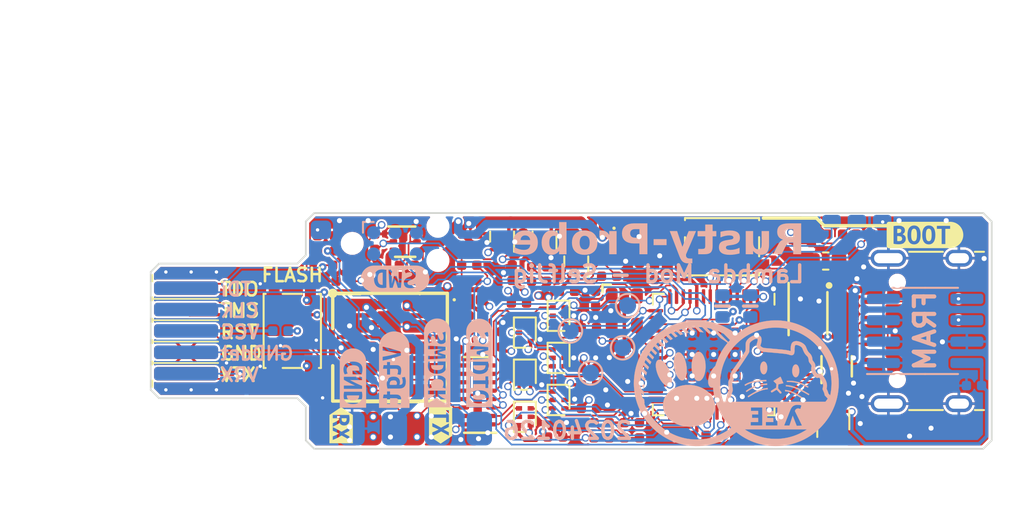
<source format=kicad_pcb>
(kicad_pcb (version 20221018) (generator pcbnew)
  (title_block (title "rs-probe-handy-jig") (date "2024-02-10"))
  (layers (0 "F.Cu" signal) (1 "In1.Cu" signal) (2 "In2.Cu" signal) (31 "B.Cu" signal) (34 "B.Paste" user) (35 "F.Paste" user) (36 "B.SilkS" user "B.Silkscreen") (37 "F.SilkS" user "F.Silkscreen") (38 "B.Mask" user) (39 "F.Mask" user) (44 "Edge.Cuts" user))
  (net 0 "")
  (net 1 "Net-(D1-RK)")
  (net 2 "Net-(D1-GK)")
  (net 3 "Net-(D1-BK)")
  (net 4 "Net-(D3-A)")
  (net 5 "GND")
  (net 6 "+3.3V")
  (net 7 "+5V")
  (net 8 "/T_~{RESET}")
  (net 9 "/T_GNDDetect")
  (net 10 "/T_VCP_RX")
  (net 11 "/T_VCP_TX")
  (net 12 "Net-(J1-CC1)")
  (net 14 "Net-(J1-CC2)")
  (net 15 "/LED1")
  (net 16 "/LED2")
  (net 17 "/LED3")
  (net 18 "/P_SWCLK")
  (net 19 "/P_SWDIO")
  (net 20 "/T_SWO_TDO")
  (net 21 "/T_SWDIO_TMS")
  (net 22 "/T_SWDCLK_JCLK")
  (net 23 "/T_TDI")
  (net 24 "/T_VCC")
  (net 25 "/T_VCC_EN")
  (net 26 "/T_VCC_MEAS")
  (net 27 "/D_FS_N")
  (net 28 "/D_FS_P")
  (net 29 "/GPIO2")
  (net 30 "/GPIO1")
  (net 31 "/PROTECTED_5V")
  (net 33 "/5V_KEY")
  (net 34 "/5V_KEY_EN")
  (net 35 "/ADJ_T")
  (net 36 "/VS_T")
  (net 37 "/TRANS_VCC")
  (net 38 "/FUSED_5V")
  (net 39 "+1V1")
  (net 40 "Net-(C5-Pad1)")
  (net 41 "/D_P")
  (net 42 "/D_N")
  (net 43 "/PWM_VS")
  (net 44 "Net-(R2-Pad2)")
  (net 45 "/VCP_RX")
  (net 47 "/DIR_VCP_RX")
  (net 48 "/VCP_TX")
  (net 50 "/DIR_VCP_TX")
  (net 51 "/~{RESET}")
  (net 52 "/GNDDetect")
  (net 53 "Net-(Q1A-D1)")
  (net 54 "Net-(U3-~{CS})")
  (net 55 "Net-(X1-Tri-State)")
  (net 56 "Net-(U12-ADJ{slash}NC)")
  (net 57 "/TDI")
  (net 58 "/SWO_TDO")
  (net 59 "/SWDCLK_JCLK")
  (net 60 "/SWDIO_TMS")
  (net 61 "/DIR_TDI")
  (net 62 "/DIR_SWO_TDO")
  (net 63 "/DIR_SWDCLK_JCLK")
  (net 64 "/DIR_SWDIO_TMS")
  (net 65 "/ADJ2_T")
  (net 66 "Net-(U1-B)")
  (net 67 "Net-(C23-Pad1)")
  (net 68 "Net-(U2-B)")
  (net 69 "Net-(U3-DO(IO1))")
  (net 70 "Net-(U3-IO2)")
  (net 71 "Net-(U3-DI(IO0))")
  (net 72 "Net-(U3-CLK)")
  (net 73 "Net-(U3-IO3)")
  (net 74 "/VS2_T")
  (net 75 "/PWM2_VS")
  (net 76 "Net-(C29-Pad1)")
  (net 77 "Net-(U4-5A)")
  (net 78 "Net-(U4-6A)")
  (net 79 "Net-(U10-B)")
  (net 80 "Net-(U11-B)")
  (net 84 "Net-(U6-XIN)")
  (net 87 "/T_VCC_PROTECT")
  (net 88 "Net-(R31-Pad2)")
  (net 89 "/FRAM_SDA")
  (net 90 "/FRAM_SCL")
  (footprint "connectors:PinHeader_2x05_FTSH-105-01-L-DV-K" (layer "F.Cu") (at 152.8 87)
    (fp_text reference "U5" hide)
    (fp_text value "CortexDebug" hide)
  )
  (footprint "connectors:USB_C_Receptacle_USB4105" (layer "F.Cu") (at 185.5 86 90)
    (fp_text reference "J1" hide)
    (fp_text value "USB_C_Receptacle_USB2.0" hide)
  )
  (footprint "dfn:DFN-16-1EP_1.6x4mm_P0.5mm" (layer "F.Cu") (at 158 89.8 180)
    (fp_text reference "U4" hide)
    (fp_text value "NUF8401MNT4G")
  )
  (footprint "passive:R_0402" (layer "F.Cu") (at 179.2 80.25)
    (fp_text reference "R29" hide)
    (fp_text value "5.1k")
  )
  (footprint "passive:R_0402" (layer "F.Cu") (at 157.025 85.1)
    (fp_text reference "R9" hide)
    (fp_text value "47k")
  )
  (footprint "passive:R_0402" (layer "F.Cu") (at 179.3 83.6 90)
    (fp_text reference "R2" hide)
    (fp_text value "1k")
  )
  (footprint "qfn:RP2040-QFN-56" (layer "F.Cu") (at 172 87.4 -90)
    (fp_text reference "U6" hide)
    (fp_text value "RP2040")
  )
  (footprint "passive:R_0402" (layer "F.Cu") (at 165 84.1 -90)
    (fp_text reference "R17" hide)
    (fp_text value "1k")
  )
  (footprint "Package_DFN_QFN_Extended:X2-DFN1410-6" (layer "F.Cu") (at 160.8 86.1 180)
    (fp_text reference "U10" hide)
    (fp_text value "74LVC1T45FZ4-7")
  )
  (footprint "passive:C_0402" (layer "F.Cu") (at 172 92.2 180)
    (fp_text reference "C22" hide)
    (fp_text value "0.1u")
  )
  (footprint "kibuzzard-61EE8014" (layer "F.Cu") (at 184.6 80.3)
    (fp_text reference "kibuzzard-61EE8014" hide)
    (fp_text value "G***" hide)
  )
  (footprint "Diode_SMD:D_0402_1005Metric" (layer "F.Cu") (at 165 79.9 180)
    (fp_text reference "D2" hide)
    (fp_text value "20V")
  )
  (footprint "passive:C_0402" (layer "F.Cu") (at 163.3 83.65)
    (fp_text reference "C25" hide)
    (fp_text value "2.2u")
  )
  (footprint "passive:C_0402" (layer "F.Cu") (at 168.5 82.5 90)
    (fp_text reference "C13" hide)
    (fp_text value "0.1u")
  )
  (footprint "passive:C_0402" (layer "F.Cu") (at 164.6 85.8)
    (fp_text reference "C18" hide)
    (fp_text value "0.1u")
  )
  (footprint "passive:R_0402" (layer "F.Cu") (at 164.9 91.9 90)
    (fp_text reference "R8" hide)
    (fp_text value "5.1k")
  )
  (footprint "passive:R_0402" (layer "F.Cu") (at 157.025 86 180)
    (fp_text reference "R11" hide)
    (fp_text value "47k")
  )
  (footprint "passive:C_0402" (layer "F.Cu") (at 164.6 89.2)
    (fp_text reference "C17" hide)
    (fp_text value "0.1u")
  )
  (footprint "passive:R_0402" (layer "F.Cu") (at 161.65 82.2 180)
    (fp_text reference "R13" hide)
    (fp_text value "17.4k")
  )
  (footprint "kikit:Tab" (layer "F.Cu") (at 172 93 90)
    (fp_text reference "T2" hide)
    (fp_text value "Tab")
  )
  (footprint "passive:C_0402" (layer "F.Cu") (at 166.5 86.7 180)
    (fp_text reference "C1" hide)
    (fp_text value "0.1u")
  )
  (footprint "sot:SOT-563" (layer "F.Cu") (at 153.7 80.7)
    (fp_text reference "Q1" hide)
    (fp_text value "NTZD3155C" hide)
  )
  (footprint "Package_DFN_QFN_Extended:X2-DFN1410-6" (layer "F.Cu") (at 160.8 88.6 180)
    (fp_text reference "U8" hide)
    (fp_text value "74LVC1T45FZ4-7")
  )
  (footprint "passive:C_0402" (layer "F.Cu") (at 170.3 92.2 180)
    (fp_text reference "C3" hide)
    (fp_text value "2.2u")
  )
  (footprint "passive:R_0402" (layer "F.Cu") (at 157.5 82.1)
    (fp_text reference "R16" hide)
    (fp_text value "47k")
  )
  (footprint "passive:C_0402" (layer "F.Cu") (at 158 80.7 -90)
    (fp_text reference "C26" hide)
    (fp_text value "2.2u")
  )
  (footprint "passive:C_0402" (layer "F.Cu") (at 163.825 80.825 180)
    (fp_text reference "C24" hide)
    (fp_text value "2.2u")
  )
  (footprint "passive:C_0402" (layer "F.Cu") (at 177.8 80.3 -90)
    (fp_text reference "C23" hide)
    (fp_text value "0.1u")
  )
  (footprint "passive:C_0402" (layer "F.Cu") (at 176.9 80.3 -90)
    (fp_text reference "C28" hide)
    (fp_text value "0.1u")
  )
  (footprint "passive:C_0402" (layer "F.Cu") (at 162.6 92.3)
    (fp_text reference "C16" hide)
    (fp_text value "0.1u")
  )
  (footprint "passive:C_0402" (layer "F.Cu") (at 178.9 89.7)
    (fp_text reference "C6" hide)
    (fp_text value "2.2u")
  )
  (footprint "kibuzzard-6228D4B3" (layer "F.Cu") (at 149.9 91.6 -90)
    (fp_text reference "kibuzzard-6228D4B3" hide)
    (fp_text value "G***" hide)
  )
  (footprint "Package_DFN_QFN:DFN-6-1EP_1.2x1.2mm_P0.4mm_EP0.3x0.94mm_PullBack" (layer "F.Cu") (at 161.965 80.7 90)
    (fp_text reference "U14" hide)
    (fp_text value "NCP133AMXADJTCG" hide)
  )
  (footprint "passive:C_0402" (layer "F.Cu") (at 160.7 80.65 -90)
    (fp_text reference "C2" hide)
    (fp_text value "2.2u")
  )
  (footprint "passive:C_0402" (layer "F.Cu") (at 159.2 83.55 90)
    (fp_text reference "C27" hide)
    (fp_text value "2.2u")
  )
  (footprint "passive:R_0402" (layer "F.Cu") (at 183.75 91.75 180)
    (fp_text reference "R4" hide)
    (fp_text value "5.1k")
  )
  (footprint "passive:C_0402" (layer "F.Cu") (at 160.05 82.55 90)
    (fp_text reference "C21" hide)
    (fp_text value "2.2u")
  )
  (footprint "Package_DFN_QFN_Extended:X2-DFN1410-6" (layer "F.Cu") (at 162.8 87.6 180)
    (fp_text reference "U9" hide)
    (fp_text value "74LVC1T45FZ4-7")
  )
  (footprint "LED_SMD:LED_LiteOn_LTST-C19HE1WT" (layer "F.Cu") (at 179.1 91.5 180)
    (fp_text reference "D1" hide)
    (fp_text value "LTST-C19HE1WT")
  )
  (footprint "passive:C_0402" (layer "F.Cu") (at 177.2 89.5)
    (fp_text reference "C4" hide)
    (fp_text value "2.2u")
  )
  (footprint "passive:R_0402" (layer "F.Cu") (at 157.5 83)
    (fp_text reference "R14" hide)
    (fp_text value "47k")
  )
  (footprint "passive:R_0402" (layer "F.Cu") (at 165.35 82.3 -90)
    (fp_text reference "R21" hide)
    (fp_text value "47k")
  )
  (footprint "son:USON-8-3x2mm-EP" (layer "F.Cu") (at 177.6 84.7 -90)
    (fp_text reference "U3" hide)
    (fp_text value "IS25WP016D-JULE-TR")
  )
  (footprint "tc-custom:TC2050-ProbeMod" (layer "F.Cu") (at 140.7 86)
    (fp_text reference "J2" hide)
    (fp_text value "Conn_02x05_Odd_Even")
  )
  (footprint "passive:R_0402" (layer "F.Cu") (at 166.25 82.3 -90)
    (fp_text reference "R25" hide)
    (fp_text value "15k")
  )
  (footprint "passive:R_0402" (layer "F.Cu") (at 157.1 80.7 -90)
    (fp_text reference "R15" hide)
    (fp_text value "17.4k")
  )
  (footprint "passive:C_0402" (layer "F.Cu") (at 159.4 86.5 90)
    (fp_text reference "C15" hide)
    (fp_text value "0.1u")
  )
  (footprint "sot:SOT-563" (layer "F.Cu") (at 179.3 88.1 90)
    (fp_text reference "U7" hide)
    (fp_text value "NUF2042XV6T1G")
  )
  (footprint "passive:R_0402" (layer "F.Cu") (at 151.6 82.1 180)
    (fp_text reference "R10" hide)
    (fp_text value "1Meg")
  )
  (footprint "passive:C_0402" (layer "F.Cu") (at 164.6 90.6)
    (fp_text reference "C19" hide)
    (fp_text value "0.1u")
  )
  (footprint "kikit:Tab" (layer "F.Cu") (at 172 79 -90)
    (fp_text reference "T1" hide)
    (fp_text value "Tab")
  )
  (footprint "passive:R_0402" (layer "F.Cu") (at 148.5 80.8 -90)
    (fp_text reference "R31" hide)
    (fp_text value "1k")
  )
  (footprint "passive:R_0402" (layer "F.Cu") (at 149.5 80.8 -90)
    (fp_text reference "R23" hide)
    (fp_text value "1Meg")
  )
  (footprint "kibuzzard-6228D4CF" (layer "F.Cu") (at 155.8 91.6 -90)
    (fp_text reference "kibuzzard-6228D4CF" hide)
    (fp_text value "G***" hide)
  )
  (footprint "Package_DFN_QFN:DFN-6-1EP_1.2x1.2mm_P0.4mm_EP0.3x0.94mm_PullBack" (layer "F.Cu") (at 159.45 80.7 90)
    (fp_text reference "U13" hide)
    (fp_text value "NCP133AMXADJTCG" hide)
  )
  (footprint "Package_DFN_QFN_Extended:X2-DFN1410-6" (layer "F.Cu") (at 160.8 91.1 180)
    (fp_text reference "U1" hide)
    (fp_text value "74LVC1T45FZ4-7")
  )
  (footprint "connectors:pad_1.5x2.0mm" (layer "F.Cu") (at 151.56 91.8)
    (fp_text reference "J10" hide)
    (fp_text value "Conn_01x01" hide)
  )
  (footprint "passive:R_0402" (layer "F.Cu") (at 173.7 92.2 180)
    (fp_text reference "R6" hide)
    (fp_text value "1k")
  )
  (footprint "passive:R_0402" (layer "F.Cu") (at 177.2 91.5 180)
    (fp_text reference "R7" hide)
    (fp_text value "1k")
  )
  (footprint "Package_DFN_QFN_Extended:X2-DFN1410-6" (layer "F.Cu") (at 162.8 85.1 180)
    (fp_text reference "U11" hide)
    (fp_text value "74LVC1T45FZ4-7")
  )
  (footprint "connectors:pad_1.5x2.0mm" (layer "F.Cu") (at 154.1 91.8)
    (fp_text reference "J11" hide)
    (fp_text value "Conn_01x01" hide)
  )
  (footprint "passive:R_0402" (layer "F.Cu") (at 167.6 91.9 90)
    (fp_text reference "R1" hide)
    (fp_text value "17.4k")
  )
  (footprint "passive:C_0402" (layer "F.Cu") (at 166.9 88.5 180)
    (fp_text reference "C10" hide)
    (fp_text value "0.1u")
  )
  (footprint "passive:R_0402" (layer "F.Cu") (at 161.65 83.05 180)
    (fp_text reference "R12" hide)
    (fp_text value "47k")
  )
  (footprint "passive:C_0402" (layer "F.Cu") (at 177.2 87.2)
    (fp_text reference "C7" hide)
    (fp_text value "0.1u")
  )
  (footprint "passive:R_0402" (layer "F.Cu") (at 157.3 87.1 180)
    (fp_text reference "R22" hide)
    (fp_text value "1Meg")
  )
  (footprint "passive:C_0402" (layer "F.Cu") (at 164.6 88.2)
    (fp_text reference "C20" hide)
    (fp_text value "0.1u")
  )
  (footprint "passive:C_0402" (layer "F.Cu") (at 177.2 90.6)
    (fp_text reference "C11" hide)
    (fp_text value "0.1u")
  )
  (footprint "passive:C_0402" (layer "F.Cu") (at 179.3 85.8 90)
    (fp_text reference "C14" hide)
    (fp_text value "0.1u")
  )
  (footprint "Diode_SMD:D_0402_1005Metric" (layer "F.Cu") (at 157.7 84.15)
    (fp_text reference "D3" hide)
    (fp_text value "20V")
  )
  (footprint "passive:R_0402" (layer "F.Cu") (at 160.45 84.35 180)
    (fp_text reference "R27" hide)
    (fp_text value "47k")
  )
  (footprint "passive:R_0402" (layer "F.Cu") (at 150.05 83.05)
    (fp_text reference "R18" hide)
    (fp_text value "1Meg")
  )
  (footprint "Button_Switch_SMD_Extended:SW_SPST_TS-1145A" (layer "F.Cu") (at 147 86 90)
    (fp_text reference "SW2" hide)
    (fp_text value "TS-1145A-C-B" hide)
  )
  (footprint "passive:R_0402" (layer "F.Cu") (at 153.8 82.1)
    (fp_text reference "R20" hide)
    (fp_text value "5.1k")
  )
  (footprint "passive:C_0402" (layer "F.Cu") (at 165.8 91.9 90)
    (fp_text reference "C8" hide)
    (fp_text value "0.1u")
  )
  (footprint "Fuse:Fuse_0603_1608Metric" (layer "F.Cu") (at 178.65 81.85 180)
    (fp_text reference "F1" hide)
    (fp_text value "Fuse_Small" hide)
  )
  (footprint "passive:R_0402" (layer "F.Cu") (at 175.5 92.1 180)
    (fp_text reference "R5" hide)
    (fp_text value "1k")
  )
  (footprint "Package_DFN_QFN_Extended:X2-DFN1410-6" (layer "F.Cu") (at 162.8 90.1 180)
    (fp_text reference "U2" hide)
    (fp_text value "74LVC1T45FZ4-7")
  )
  (footprint "passive:R_0402" (layer "F.Cu") (at 151.9 80.7 -90)
    (fp_text reference "R19" hide)
    (fp_text value "47k")
  )
  (footprint "passive:C_0402" (layer "F.Cu") (at 166.9 87.6 180)
    (fp_text reference "C9" hide)
    (fp_text value "0.1u")
  )
  (footprint "crystals:Crystal_SMD_2520-4Pin_2.5x2.0mm" (layer "F.Cu") (at 166.7 84.8 -90)
    (fp_text reference "X1" hide)
    (fp_text value "12 MHz")
  )
  (footprint "passive:C_0402" (layer "F.Cu") (at 166.7 80.325 90)
    (fp_text reference "C30" hide)
    (fp_text value "2.2u")
  )
  (footprint "passive:R_0402" (layer "F.Cu") (at 181.75 91.75 180)
    (fp_text reference "R3" hide)
    (fp_text value "5.1k")
  )
  (footprint "passive:C_0402" (layer "F.Cu") (at 168.5 80.325 90)
    (fp_text reference "C29" hide)
    (fp_text value "2.2u")
  )
  (footprint "Package_DFN_QFN:DFN-6-1EP_1.2x1.2mm_P0.4mm_EP0.3x0.94mm_PullBack" (layer "F.Cu") (at 163.85 82.175 90)
    (fp_text reference "U12" hide)
    (fp_text value "NCP133AMXADJTCG")
  )
  (footprint "Button_Switch_SMD_Extended:SW_SPST_TS-1145A" (layer "F.Cu") (at 172.5 81)
    (fp_text reference "SW1" hide)
    (fp_text value "TS-1145A-C-B" hide)
  )
  (footprint "passive:C_0402" (layer "F.Cu") (at 166.7 91.9 90)
    (fp_text reference "C5" hide)
    (fp_text value "0.1u")
  )
  (footprint "passive:R_0402" (layer "F.Cu") (at 167.6 81.525 -90)
    (fp_text reference "FB1" hide)
    (fp_text value "BLM15AX601SN1D")
  )
  (footprint "passive:R_0402" (layer "F.Cu") (at 158.25 85.55 -90)
    (fp_text reference "R26" hide)
    (fp_text value "1Meg")
  )
  (footprint "passive:R_0402" (layer "F.Cu") (at 180.9 80.25)
    (fp_text reference "R28" hide)
    (fp_text value "17.4k")
  )
  (footprint "passive:C_0402" (layer "F.Cu") (at 177.2 88.1)
    (fp_text reference "C12" hide)
    (fp_text value "0.1u")
  )
  (footprint "passive:R_0402" (layer "F.Cu") (at 149.85 82.1 180)
    (fp_text reference "R24" hide)
    (fp_text value "1Meg")
  )
  (footprint "connectors:1x3_1.5mm_castellated" (layer "B.Cu") (at 179 79 90)
    (fp_text reference "J4" hide)
    (fp_text value "Castellated Vias" hide)
  )
  (footprint "Connector:Tag-Connect_TC2030-IDC-NL_2x03_P1.27mm_Vertical" (layer "B.Cu") (at 153.1 80.8)
    (fp_text reference "J5" hide)
    (fp_text value "tag-connect-swd")
  )
  (footprint "kibuzzard-61FE7ECB" (layer "B.Cu") (at 153.1 82.9 180)
    (fp_text reference "kibuzzard-61FE7ECB" hide)
    (fp_text value "G***" hide)
  )
  (footprint "TestPoint:TestPoint_Pad_D1.0mm" (layer "B.Cu") (at 163.5 86 180)
    (fp_text reference "TP1" hide)
    (fp_text value "TestPoint")
  )
  (footprint "kibuzzard-61FE8092" (layer "B.Cu") (at 153.05 88.3 -90)
    (fp_text reference "kibuzzard-61FE8092" hide)
    (fp_text value "G***" hide)
  )
  (footprint "passive:C_0402" (layer "B.Cu") (at 187.45 89.25 180)
    (fp_text reference "C31" hide)
    (fp_text value "0.1u")
  )
  (footprint "TestPoint:TestPoint_Pad_D1.0mm" (layer "B.Cu") (at 166.6 87 180)
    (fp_text reference "TP3" hide)
    (fp_text value "TestPoint")
  )
  (footprint "TestPoint:TestPoint_Pad_D1.0mm" (layer "B.Cu") (at 166.9 84.5 180)
    (fp_text reference "TP4" hide)
    (fp_text value "TestPoint")
  )
  (footprint "passive:R_0603" (layer "B.Cu") (at 172.525 84.525 90)
    (fp_text reference "R32" hide)
    (fp_text value "3.3kΩ 1608")
  )
  (footprint "Symbol_Extended:LamudaEE-12.3x7.6mm" (layer "B.Cu") (at 173.35 89.125 180)
    (fp_text reference "SYM1" hide)
    (fp_text value "SYM_Arrow45_Normal" hide)
  )
  (footprint "TestPoint:TestPoint_Pad_D1.0mm" (layer "B.Cu") (at 164.7 88.5 180)
    (fp_text reference "TP2" hide)
    (fp_text value "TestPoint")
  )
  (footprint "passive:R_0402" (layer "B.Cu") (at 146.3 86)
    (fp_text reference "R30" hide)
    (fp_text value "0Ω")
  )
  (footprint "kibuzzard-61FE8065" (layer "B.Cu") (at 150.6 88.8 -90)
    (fp_text reference "kibuzzard-61FE8065" hide)
    (fp_text value "G***" hide)
  )
  (footprint "connectors:pad_1.5x2.0mm" (layer "B.Cu") (at 158.1 91.8 180)
    (fp_text reference "J8" hide)
    (fp_text value "Conn_01x01" hide)
  )
  (footprint "kibuzzard-61FE80BD" (layer "B.Cu") (at 158.1 87.9 -90)
    (fp_text reference "kibuzzard-61FE80BD" hide)
    (fp_text value "G***" hide)
  )
  (footprint "connectors:pad_1.5x2.0mm" (layer "B.Cu") (at 153.06 91.8 180)
    (fp_text reference "J7" hide)
    (fp_text value "Conn_01x01" hide)
  )
  (footprint "passive:R_0603" (layer "B.Cu") (at 174.175 84.525 90)
    (fp_text reference "R33" hide)
    (fp_text value "3.3kΩ 1608")
  )
  (footprint "connectors:pad_1.5x2.0mm" (layer "B.Cu") (at 148.7 80 180)
    (fp_text reference "J12" hide)
    (fp_text value "Conn_01x01" hide)
  )
  (footprint "connectors:pad_1.5x2.0mm" (layer "B.Cu") (at 150.55 91.8 180)
    (fp_text reference "J6" hide)
    (fp_text value "Conn_01x01" hide)
  )
  (footprint "connectors:pad_1.5x2.0mm" (layer "B.Cu") (at 155.6 91.8 180)
    (fp_text reference "J9" hide)
    (fp_text value "Conn_01x01" hide)
  )
  (footprint "Package_SO:SOIC-8_3.9x4.9mm_P1.27mm" (layer "B.Cu") (at 184.55 86)
    (fp_text reference "U15" hide)
    (fp_text value "FM24V02A-GTR")
  )
  (footprint "kibuzzard-61FE80B0" (layer "B.Cu") (at 155.6 87.9 -90)
    (fp_text reference "kibuzzard-61FE80B0" hide)
    (fp_text value "G***" hide)
  )
  (gr_line (start 156.2 90.165) (end 149.4 90.165) (stroke (width 0.2)) (layer "F.SilkS"))
  (gr_line (start 182.4 79.65) (end 182.4 80.95) (stroke (width 0.265)) (layer "F.SilkS"))
  (gr_line (start 178.1 79.3) (end 178.55 79.75) (stroke (width 0.2)) (layer "F.SilkS"))
  (gr_line (start 156.2 83.765) (end 156.2 90.165) (stroke (width 0.2)) (layer "F.SilkS"))
  (gr_line (start 174.95 79.3) (end 178.1 79.3) (stroke (width 0.2)) (layer "F.SilkS"))
  (gr_line (start 149.4 90.165) (end 149.4 88.065) (stroke (width 0.2)) (layer "F.SilkS"))
  (gr_line (start 149.4 83.765) (end 156.2 83.765) (stroke (width 0.2)) (layer "F.SilkS"))
  (gr_circle (center 149.4 83.765) (end 149.6 83.765) (stroke (width 0.15)) (fill solid) (layer "F.SilkS"))
  (gr_line (start 149.4 85.865) (end 149.4 83.765) (stroke (width 0.2)) (layer "F.SilkS"))
  (gr_line (start 178.55 79.75) (end 182.3 79.75) (stroke (width 0.2)) (layer "F.SilkS"))
  (gr_line (start 147.8 92.5) (end 148.3 93) (stroke (width 0.1)) (layer "Edge.Cuts"))
  (gr_line (start 147.3 82) (end 147.8 81.5) (stroke (width 0.1)) (layer "Edge.Cuts"))
  (gr_line (start 188 93) (end 148.3 93) (stroke (width 0.1)) (layer "Edge.Cuts"))
  (gr_line (start 138.6 89.5) (end 138.6 82.5) (stroke (width 0.1)) (layer "Edge.Cuts"))
  (gr_line (start 188.5 92.5) (end 188 93) (stroke (width 0.1)) (layer "Edge.Cuts"))
  (gr_line (start 148.3 79) (end 188 79) (stroke (width 0.1)) (layer "Edge.Cuts"))
  (gr_line (start 138.6 82.5) (end 139.1 82) (stroke (width 0.1)) (layer "Edge.Cuts"))
  (gr_line (start 147.8 90.5) (end 147.3 90) (stroke (width 0.1)) (layer "Edge.Cuts"))
  (gr_line (start 147.8 79.5) (end 147.8 81.5) (stroke (width 0.1)) (layer "Edge.Cuts"))
  (gr_line (start 147.3 90) (end 139.1 90) (stroke (width 0.1)) (layer "Edge.Cuts"))
  (gr_line (start 188 79) (end 188.5 79.5) (stroke (width 0.1)) (layer "Edge.Cuts"))
  (gr_line (start 138.6 89.5) (end 139.1 90) (stroke (width 0.1)) (layer "Edge.Cuts"))
  (gr_line (start 147.8 92.5) (end 147.8 90.5) (stroke (width 0.1)) (layer "Edge.Cuts"))
  (gr_line (start 147.8 79.5) (end 148.3 79) (stroke (width 0.1)) (layer "Edge.Cuts"))
  (gr_line (start 147.3 82) (end 139.1 82) (stroke (width 0.1)) (layer "Edge.Cuts"))
  (gr_line (start 188.5 79.5) (end 188.5 92.5) (stroke (width 0.1)) (layer "Edge.Cuts"))
  (gr_text "GNDdet" (at 142.655 87.805) (layer "B.SilkS") (effects (font (size 0.8 0.8) (thickness 0.153) bold) (justify right bottom mirror)))
  (gr_text "Rusty-Probe " (at 177.425 80.7) (layer "B.SilkS") (effects (font (size 1.8 1.8) (thickness 0.25) bold) (justify left mirror)))
  (gr_text "Lambda Mod - SelfJig" (at 177.475 82.625) (layer "B.SilkS") (effects (font (size 1 1) (thickness 0.2) bold) (justify left mirror)))
  (gr_text "TDI" (at 142.655 83.995) (layer "B.SilkS") (effects (font (size 0.8 0.8) (thickness 0.153) bold) (justify right bottom mirror)))
  (gr_text "VCC" (at 142.655 86.535) (layer "B.SilkS") (effects (font (size 0.8 0.8) (thickness 0.153) bold) (justify right bottom mirror)))
  (gr_text "FRAM" (at 185.25 83.5 90) (layer "B.SilkS") (effects (font (size 1.21 1.21) (thickness 0.25) bold) (justify left bottom mirror)))
  (gr_text "20240126" (at 167.275 91.925) (layer "B.SilkS") (effects (font (size 1 1) (thickness 0.2) bold) (justify left mirror)))
  (gr_text "CLK" (at 142.655 85.265) (layer "B.SilkS") (effects (font (size 0.8 0.8) (thickness 0.153) bold) (justify right bottom mirror)))
  (gr_text "VRX" (at 142.655 89.075) (layer "B.SilkS") (effects (font (size 0.8 0.8) (thickness 0.153) bold) (justify right bottom mirror)))
  (gr_text "VTX" (at 142.655 89.075) (layer "F.SilkS") (effects (font (size 0.8 0.8) (thickness 0.153) bold) (justify left bottom)))
  (gr_text "TDO" (at 142.655 83.995) (layer "F.SilkS") (effects (font (size 0.8 0.8) (thickness 0.153) bold) (justify left bottom)))
  (gr_text "TMS" (at 142.655 85.265) (layer "F.SilkS") (effects (font (size 0.8 0.8) (thickness 0.153) bold) (justify left bottom)))
  (gr_text "GND" (at 142.655 87.805) (layer "F.SilkS") (effects (font (size 0.8 0.8) (thickness 0.153) bold) (justify left bottom)))
  (gr_text "RST" (at 142.655 86.535) (layer "F.SilkS") (effects (font (size 0.8 0.8) (thickness 0.153) bold) (justify left bottom)))
  (gr_text "FLASH" (at 147 83.15) (layer "F.SilkS") (effects (font (size 0.8 0.8) (thickness 0.153) bold) (justify bottom)))
  (segment (start 179.525 91.725) (end 179.525 92.225) (width 0.1) (layer "F.Cu") (net 1))
  (segment (start 179.4 91.6) (end 179.525 91.725) (width 0.1) (layer "F.Cu") (net 1))
  (segment (start 177.9 92.1) (end 178.132164 91.867836) (width 0.1) (layer "F.Cu") (net 1))
  (segment (start 175.95 92.1) (end 177.9 92.1) (width 0.1) (layer "F.Cu") (net 1))
  (segment (start 178.132164 91.7) (end 178.232164 91.6) (width 0.1) (layer "F.Cu") (net 1))
  (segment (start 178.232164 91.6) (end 179.4 91.6) (width 0.1) (layer "F.Cu") (net 1))
  (segment (start 178.132164 91.867836) (end 178.132164 91.7) (width 0.1) (layer "F.Cu") (net 1))
  (segment (start 178.675 92.6) (end 178.675 92.225) (width 0.1) (layer "F.Cu") (net 2))
  (segment (start 174.15 92.2) (end 174.55 92.6) (width 0.1) (layer "F.Cu") (net 2))
  (segment (start 174.55 92.6) (end 178.675 92.6) (width 0.1) (layer "F.Cu") (net 2))
  (segment (start 177.95 91.5) (end 178.675 90.775) (width 0.1) (layer "F.Cu") (net 3))
  (segment (start 177.65 91.5) (end 177.95 91.5) (width 0.1) (layer "F.Cu") (net 3))
  (segment (start 158.3 84.15) (end 158.185 84.15) (width 0.3) (layer "F.Cu") (net 4))
  (segment (start 158.7 84.55) (end 158.3 84.15) (width 0.3) (layer "F.Cu") (net 4))
  (segment (start 158.62 81.34) (end 158.785 81.175) (width 0.2) (layer "F.Cu") (net 4))
  (segment (start 158.785 81.175) (end 159.05 81.175) (width 0.2) (layer "F.Cu") (net 4))
  (via (at 158.7 84.55) (size 0.45) (drill 0.3) (layers "F.Cu" "B.Cu") (net 4))
  (via (at 158.62 81.34) (size 0.45) (drill 0.3) (layers "F.Cu" "B.Cu") (net 4))
  (segment (start 177.65 89.75) (end 177.3 90.1) (width 0.2) (layer "F.Cu") (net 5))
  (segment (start 151.95 80.2) (end 151.9 80.25) (width 0.1) (layer "F.Cu") (net 5))
  (segment (start 178.25 84.225) (end 178.25 84.3) (width 0.2) (layer "F.Cu") (net 5))
  (segment (start 180.4 82.1) (end 181.05 82.75) (width 0.2) (layer "F.Cu") (net 5))
  (segment (start 164.90035 85.2) (end 165 85.2) (width 0.2) (layer "F.Cu") (net 5))
  (segment (start 158.05 87.4) (end 158.3 87.4) (width 0.1) (layer "F.Cu") (net 5))
  (segment (start 159.45 80.225) (end 159.45 80.7) (width 0.2) (layer "F.Cu") (net 5))
  (segment (start 165.812878 87.397122) (end 165.812878 87.583254) (width 0.2) (layer "F.Cu") (net 5))
  (segment (start 177.8 80.75) (end 176.9 80.75) (width 0.2) (layer "F.Cu") (net 5))
  (segment (start 169.925 86.4) (end 170.45 86.4) (width 0.1) (layer "F.Cu") (net 5))
  (segment (start 169.425 92.7) (end 171.05 92.7) (width 0.1) (layer "F.Cu") (net 5))
  (segment (start 179.05 88.3) (end 180.134994 88.3) (width 0.3) (layer "F.Cu") (net 5))
  (segment (start 158.25 85.1) (end 157.8 84.65) (width 0.1) (layer "F.Cu") (net 5))
  (segment (start 149.5 79.75) (end 149.5 80.35) (width 0.1) (layer "F.Cu") (net 5))
  (segment (start 166.78 81.86) (end 166.77 81.85) (width 0.2) (layer "F.Cu") (net 5))
  (segment (start 162.875 82.175) (end 162.35 81.65) (width 0.3) (layer "F.Cu") (net 5))
  (segment (start 165.05 87.65) (end 165 87.6) (width 0.2) (layer "F.Cu") (net 5))
  (segment (start 169.4 92.2) (end 169.85 92.2) (width 0.2) (layer "F.Cu") (net 5))
  (segment (start 177.65 89.5) (end 177.65 89.75) (width 0.2) (layer "F.Cu") (net 5))
  (segment (start 168.8 81.54) (end 168.8 81.75) (width 0.2) (layer "F.Cu") (net 5))
  (segment (start 150.825 81.575) (end 150.3 82.1) (width 0.1) (layer "F.Cu") (net 5))
  (segment (start 166.05 86.7) (end 166.05 85.8) (width 0.2) (layer "F.Cu") (net 5))
  (segment (start 156.575 86.315) (end 156.575 86) (width 0.1) (layer "F.Cu") (net 5))
  (segment (start 159.45 80.7) (end 158.45 80.7) (width 0.3) (layer "F.Cu") (net 5))
  (segment (start 164.04 84.76) (end 163.7 85.1) (width 0.15) (layer "F.Cu") (net 5))
  (segment (start 160.05 81.75) (end 160.7 81.1) (width 0.3) (layer "F.Cu") (net 5))
  (segment (start 171.05 92.7) (end 171.55 92.2) (width 0.1) (layer "F.Cu") (net 5))
  (segment (start 177.65 90.6) (end 177.65 90.45) (width 0.2) (layer "F.Cu") (net 5))
  (segment (start 177.65 90.45) (end 177.3 90.1) (width 0.2) (layer "F.Cu") (net 5))
  (segment (start 169.925 88.35) (end 169.925 86.4) (width 0.2) (layer "F.Cu") (net 5))
  (segment (start 151.275 81.575) (end 150.825 81.575) (width 0.1) (layer "F.Cu") (net 5))
  (segment (start 180.4 81.6) (end 180.4 82.1) (width 0.2) (layer "F.Cu") (net 5))
  (segment (start 178.1 87.2) (end 178.3 87) (width 0.2) (layer "F.Cu") (net 5))
  (segment (start 161.1 80.7) (end 160.7 81.1) (width 0.3) (layer "F.Cu") (net 5))
  (segment (start 166.45 88.55) (end 166.9 89) (width 0.2) (layer "F.Cu") (net 5))
  (segment (start 160.3 80.7) (end 160.7 81.1) (width 0.3) (layer "F.Cu") (net 5))
  (segment (start 161.8 89.1) (end 161.8 89.2) (width 0.2) (layer "F.Cu") (net 5))
  (segment (start 158.5 80.7) (end 158.55 80.75) (width 0.3) (layer "F.Cu") (net 5))
  (segment (start 158 81.15) (end 157.1 80.25) (width 0.3) (layer "F.Cu") (net 5))
  (segment (start 168.5 79.875) (end 168.1 79.875) (width 0.3) (layer "F.Cu") (net 5))
  (segment (start 163.85 82.175) (end 162.875 82.175) (width 0.3) (layer "F.Cu") (net 5))
  (segment (start 179 88.25) (end 179.05 88.3) (width 0.3) (layer "F.Cu") (net 5))
  (segment (start 170.45 86.4) (end 170.725 86.125) (width 0.1) (layer "F.Cu") (net 5))
  (segment (start 176.55 80.75) (end 175.8 80) (width 0.2) (layer "F.Cu") (net 5))
  (segment (start 149.6 82.8) (end 150.3 82.1) (width 0.1) (layer "F.Cu") (net 5))
  (segment (start 163.14 90.1) (end 163.7 90.1) (width 0.2) (layer "F.Cu") (net 5))
  (segment (start 181.455 89.25) (end 181.05 89.25) (width 0.3) (layer "F.Cu") (net 5))
  (segment (start 180.4 88.8) (end 180.4 89) (width 0.3) (layer "F.Cu") (net 5))
  (segment (start 161.4 91.1) (end 161.14 91.1) (width 0.2) (layer "F.Cu") (net 5))
  (segment (start 165.05 89.2) (end 165.3 89.2) (width 0.2) (layer "F.Cu") (net 5))
  (segment (start 159.53 82.54) (end 159.97 82.1) (width 0.3) (layer "F.Cu") (net 5))
  (segment (start 153 80.2) (end 151.95 80.2) (width 0.1) (layer "F.Cu") (net 5))
  (segment (start 180.8 89.5) (end 180.8 89.9) (width 0.3) (layer "F.Cu") (net 5))
  (segment (start 153 79.9) (end 153.4 79.5) (width 0.3) (layer "F.Cu") (net 5))
  (segment (start 159.45 80.7) (end 160.3 80.7) (width 0.3) (layer "F.Cu") (net 5))
  (segment (start 162.35 81.95) (end 162.1 82.2) (width 0.2) (layer "F.Cu") (net 5))
  (segment (start 161.14 86.1) (end 161.3 86.1) (width 0.2) (layer "F.Cu") (net 5))
  (segment (start 156.73 86.47) (end 156.575 86.315) (width 0.1) (layer "F.Cu") (net 5))
  (segment (start 180.9 82.5) (end 180.9 82.2) (width 0.2) (layer "F.Cu") (net 5))
  (segment (start 183.625 92.175) (end 183.3 91.85) (width 0.1) (layer "F.Cu") (net 5))
  (segment (start 181.15 82.75) (end 180.9 82.5) (width 0.2) (layer "F.Cu") (net 5))
  (segment (start 159.4 85.6) (end 159.5 85.5) (width 0.2) (layer "F.Cu") (net 5))
  (segment (start 153 80.2) (end 153 79.9) (width 0.3) (layer "F.Cu") (net 5))
  (segment (start 157.8 84.65) (end 157.175 84.65) (width 0.1) (layer "F.Cu") (net 5))
  (segment (start 180 89.4) (end 180.3 89.1) (width 0.2) (layer "F.Cu") (net 5))
  (segment (start 157.1 79.99) (end 157.1 80.25) (width 0.3) (layer "F.Cu") (net 5))
  (segment (start 161.965 80.7) (end 161.1 80.7) (width 0.3) (layer "F.Cu") (net 5))
  (segment (start 159.2 82.87) (end 159.2 83.1) (width 0.3) (layer "F.Cu") (net 5))
  (segment (start 179.3 88.4) (end 179 88.25) (width 0.3) (layer "F.Cu") (net 5))
  (segment (start 163.7 87.6) (end 163.7 87.5) (width 0.2) (layer "F.Cu") (net 5))
  (segment (start 165.7 90.4) (end 165.5 90.6) (width 0.2) (layer "F.Cu") (net 5))
  (segment (start 159.53 82.54) (end 159.2 82.87) (width 0.3) (layer "F.Cu") (net 5))
  (segment (start 168.5625 86.4) (end 169.925 86.4) (width 0.1) (layer "F.Cu") (net 5))
  (segment (start 157.025 85.55) (end 156.575 86) (width 0.1) (layer "F.Cu") (net 5))
  (segment (start 161.3 88.6) (end 161.8 89.1) (width 0.2) (layer "F.Cu") (net 5))
  (segment (start 166.7 91.45) (end 167.1 91.05) (width 0.1) (layer "F.Cu") (net 5))
  (segment (start 161.14 88.6) (end 161.3 88.6) (width 0.2) (layer "F.Cu") (net 5))
  (segment (start 183.625 92.25) (end 183.625 92.175) (width 0.1) (layer "F.Cu") (net 5))
  (segment (start 177.6 84.7) (end 178.65 84.7) (width 0.2) (layer "F.Cu") (net 5))
  (segment (start 163.3 80.825) (end 162.85 80.375) (width 0.2) (layer "F.Cu") (net 5))
  (segment (start 178.65 87.9) (end 179 88.25) (width 0.2) (layer "F.Cu") (net 5))
  (segment (start 177.85 87.9) (end 178.65 87.9) (width 0.2) (layer "F.Cu") (net 5))
  (segment (start 161.3 86.1) (end 161.7 86.5) (width 0.2) (layer "F.Cu") (net 5))
  (segment (start 180.6 89.7) (end 180.8 89.9) (width 0.2) (layer "F.Cu") (net 5))
  (segment (start 158.45 80.7) (end 158 81.15) (width 0.3) (layer "F.Cu") (net 5))
  (segment (start 163.7 90.1) (end 163.75 90.05) (width 0.2) (layer "F.Cu") (net 5))
  (segment (start 149.6 83.05) (end 149.6 82.8) (width 0.1) (layer "F.Cu") (net 5))
  (segment (start 180 89.7) (end 180.6 89.7) (width 0.2) (layer "F.Cu") (net 5))
  (segment (start 161.85 91.55) (end 161.4 91.1) (width 0.2) (layer "F.Cu") (net 5))
  (segment (start 165.8 91.45) (end 166.7 91.45) (width 0.1) (layer "F.Cu") (net 5))
  (segment (start 151.9 80.25) (end 151.4 80.75) (width 0.1) (layer "F.Cu") (net 5))
  (segment (start 166.05 86.7) (end 166.05 87.16) (width 0.2) (layer "F.Cu") (net 5))
  (segment (start 179.3 88.8) (end 179.3 88.4) (width 0.3) (layer "F.Cu") (net 5))
  (segment (start 158 87.7) (end 158 89.55) (width 0.4) (layer "F.Cu") (net 5))
  (segment (start 177.8 80.75) (end 178.15 81.1) (width 0.2) (layer "F.Cu") (net 5))
  (segment (start 166.05 85.8) (end 165.95 85.7) (width 0.2) (layer "F.Cu") (net 5))
  (segment (start 180.4 88.565006) (end 180.4 88.8) (width 0.3) (layer "F.Cu") (net 5))
  (segment (start 160.3 80.703226) (end 160.291532 80.711694) (width 0.3) (layer "F.Cu") (net 5))
  (segment (start 163.85 81.7) (end 163.85 82.175) (width 0.2) (layer "F.Cu") (net 5))
  (segment (start 180.85 89.25) (end 181.455 89.25) (width 0.3) (layer "F.Cu") (net 5))
  (segment (start 153.4 79.5) (end 154.35 79.5) (width 0.3) (layer "F.Cu") (net 5))
  (segment (start 161.965 80.225) (end 161.965 80.7) (width 0.2) (layer "F.Cu") (net 5))
  (segment (start 180.65 82.75) (end 181.455 82.75) (width 0.2) (layer "F.Cu") (net 5))
  (segment (start 149.8 79.45) (end 149.5 79.75) (width 0.1) (layer "F.Cu") (net 5))
  (segment (start 183.3 91.85) (end 183.3 91.75) (width 0.1) (layer "F.Cu") (net 5))
  (segment (start 180.5 82.9) (end 180.65 82.75) (width 0.2) (layer "F.Cu") (net 5))
  (segment (start 178.15 81.1) (end 179.9 81.1) (width 0.2) (layer "F.Cu") (net 5))
  (segment (start 180 89.7) (end 180 89.4) (width 0.2) (layer "F.Cu") (net 5))
  (segment (start 167.05 79.875) (end 167.575 80.4) (width 0.3) (layer "F.Cu") (net 5))
  (segment (start 159.4 86.05) (end 159.4 85.6) (width 0.2) (layer "F.Cu") (net 5))
  (segment (start 180.7 91.5) (end 180.95 91.75) (width 0.1) (layer "F.Cu") (net 5))
  (segment (start 165.05 88.2) (end 165.05 87.65) (width 0.2) (layer "F.Cu") (net 5))
  (segment (start 169.214812 92.489812) (end 169.425 92.7) (width 0.1) (layer "F.Cu") (net 5))
  (segment (start 176.85 84.1) (end 177.15 84.1) (width 0.2) (layer "F.Cu") (net 5))
  (segment (start 165.5 90.6) (end 165.05 90.6) (width 0.2) (layer "F.Cu") (net 5))
  (segment (start 164.37 83.58) (end 164.3 83.65) (width 0.2) (layer "F.Cu") (net 5))
  (segment (start 157.47 79.62) (end 157.1 79.99) (width 0.3) (layer "F.Cu") (net 5))
  (segment (start 162.85 80.375) (end 162.525 80.7) (width 0.3) (layer "F.Cu") (net 5))
  (segment (start 175.8 80) (end 175.08 80) (width 0.2) (layer "F.Cu") (net 5))
  (segment (start 160.05 82.1) (end 160.05 81.75) (width 0.3) (layer "F.Cu") (net 5))
  (segment (start 178.25 84.3) (end 179.3 85.35) (width 0.2) (layer "F.Cu") (net 5))
  (segment (start 178.65 84.7) (end 179.3 85.35) (width 0.2) (layer "F.Cu") (net 5))
  (segment (start 166.05 87.16) (end 165.812878 87.397122) (width 0.2) (layer "F.Cu") (net 5))
  (segment (start 164.1 87.1) (end 164.5 87.1) (width 0.2) (layer "F.Cu") (net 5))
  (segment (start 176.85 84.1) (end 176.85 84.7) (width 0.2) (layer "F.Cu") (net 5))
  (segment (start 167.1 91.05) (end 167.1 90.9) (width 0.1) (layer "F.Cu") (net 5))
  (segment (start 163.05 91.66) (end 163.05 92.3) (width 0.2) (layer "F.Cu") (net 5))
  (segment (start 168.1 79.875) (end 167.575 80.4) (width 0.3) (layer "F.Cu") (net 5))
  (segment (start 177.65 88.1) (end 177.85 87.9) (width 0.2) (layer "F.Cu") (net 5))
  (segment (start 179.9 81.1) (end 180.4 81.6) (width 0.2) (layer "F.Cu") (net 5))
  (segment (start 181.455 82.75) (end 181.15 82.75) (width 0.2) (layer "F.Cu") (net 5))
  (segment (start 165.829624 87.6) (end 165.812878 87.583254) (width 0.2) (layer "F.Cu") (net 5))
  (segment (start 164.5 87.1) (end 165 87.6) (width 0.2) (layer "F.Cu") (net 5))
  (segment (start 176.85 84.7) (end 177.6 84.7) (width 0.2) (layer "F.Cu") (net 5))
  (segment (start 170.25 88.675) (end 169.925 88.35) (width 0.2) (layer "F.Cu") (net 5))
  (segment (start 166.45 87.6) (end 165.829624 87.6) (width 0.2) (layer "F.Cu") (net 5))
  (segment (start 176.9 80.75) (end 176.55 80.75) (width 0.2) (layer "F.Cu") (net 5))
  (segment (start 157.75 87.1) (end 158.05 87.4) (width 0.1) (layer "F.Cu") (net 5))
  (segment (start 177.6 84.7) (end 177.8 84.7) (width 0.2) (layer "F.Cu") (net 5))
  (segment (start 162.525 80.7) (end 161.965 80.7) (width 0.3) (layer "F.Cu") (net 5))
  (segment (start 170.725 88.675) (end 170.25 88.675) (width 0.2) (layer "F.Cu") (net 5))
  (segment (start 166.45 88.5) (end 166.45 87.6) (width 0.2) (layer "F.Cu") (net 5))
  (segment (start 163.375 80.825) (end 163.3 80.825) (width 0.2) (layer "F.Cu") (net 5))
  (segment (start 165 85.2) (end 164.9 85.2) (width 0.15) (layer "F.Cu") (net 5))
  (segment (start 157.15 92.45) (end 158 91.6) (width 0.4) (layer "F.Cu") (net 5))
  (segment (start 158.3 87.4) (end 158 87.7) (width 0.4) (layer "F.Cu") (net 5))
  (segment (start 162.35 81.65) (end 162.35 81.95) (width 0.2) (layer "F.Cu") (net 5))
  (segment (start 166.7 79.875) (end 167.05 79.875) (width 0.3) (layer "F.Cu") (net 5))
  (segment (start 165.95 84.85) (end 165.9 84.8) (width 0.2) (layer "F.Cu") (net 5))
  (segment (start 181.05 82.75) (end 181.455 82.75) (width 0.2) (layer "F.Cu") (net 5))
  (segment (start 159.97 82.1) (end 160.05 82.1) (width 0.3) (layer "F.Cu") (net 5))
  (segment (start 163.05 92.3) (end 162.3 91.55) (width 0.2) (layer "F.Cu") (net 5))
  (segment (start 164.3 83.65) (end 163.75 83.65) (width 0.2) (layer "F.Cu") (net 5))
  (segment (start 177.65 87.2) (end 178.1 87.2) (width 0.2) (layer "F.Cu") (net 5))
  (segment (start 169.92 79.925) (end 175.08 79.925) (width 0.7) (layer "F.Cu") (net 5))
  (segment (start 169.214812 92.014812) (end 169.214812 92.489812) (width 0.1) (layer "F.Cu") (net 5))
  (segment (start 157.025 84.8) (end 157.025 85.55) (width 0.1) (layer "F.Cu") (net 5))
  (segment (start 163.7 87.5) (end 164.1 87.1) (width 0.2) (layer "F.Cu") (net 5))
  (segment (start 169.214812 92.014812) (end 169.4 92.2) (width 0.2) (layer "F.Cu") (net 5))
  (segment (start 151.9 80.25) (end 151.9 79.85) (width 0.1) (layer "F.Cu") (net 5))
  (segment (start 162.3 91.55) (end 161.85 91.55) (width 0.2) (layer "F.Cu") (net 5))
  (segment (start 181.05 89.25) (end 180.8 89.5) (width 0.3) (layer "F.Cu") (net 5))
  (segment (start 180.134994 88.3) (end 180.4 88.565006) (width 0.3) (layer "F.Cu") (net 5))
  (segment (start 163.14 85.1) (end 163.7 85.1) (width 0.2) (layer "F.Cu") (net 5))
  (segment (start 164.9 85.2) (end 164.46 84.76) (width 0.15) (layer "F.Cu") (net 5))
  (segment (start 151.4 81.45) (end 151.275 81.575) (width 0.1) (layer "F.Cu") (net 5))
  (segment (start 165.3 89.2) (end 165.6 89.5) (width 0.2) (layer "F.Cu") (net 5))
  (segment (start 165.05 85.8) (end 165.05 85.25) (width 0.2) (layer "F.Cu") (net 5))
  (segment (start 160.3 80.7) (end 160.3 80.703226) (width 0.3) (layer "F.Cu") (net 5))
  (segment (start 151.4 81.45) (end 152.05 82.1) (width 0.1) (layer "F.Cu") (net 5))
  (segment (start 168.8 81.75) (end 168.5 82.05) (width 0.2) (layer "F.Cu") (net 5))
  (segment (start 158 89.8) (end 158 89.55) (width 0.4) (layer "F.Cu") (net 5))
  (segment (start 151.9 79.85) (end 151.5 79.45) (width 0.1) (layer "F.Cu") (net 5))
  (segment (start 163.27 91.44) (end 163.05 91.66) (width 0.2) (layer "F.Cu") (net 5))
  (segment (start 166.45 88.5) (end 166.45 88.55) (width 0.2) (layer "F.Cu") (net 5))
  (segment (start 165.95 85.7) (end 165.95 84.85) (width 0.2) (layer "F.Cu") (net 5))
  (segment (start 151.4 80.75) (end 151.4 81.45) (width 0.1) (layer "F.Cu") (net 5))
  (segment (start 157.175 84.65) (end 157.025 84.8) (width 0.1) (layer "F.Cu") (net 5))
  (segment (start 180.4 89) (end 180.3 89.1) (width 0.3) (layer "F.Cu") (net 5))
  (segment (start 164.46 84.76) (end 164.04 84.76) (width 0.15) (layer "F.Cu") (net 5))
  (segment (start 166.77 81.85) (end 166.25 81.85) (width 0.2) (layer "F.Cu") (net 5))
  (segment (start 158 91.6) (end 158 89.8) (width 0.4) (layer "F.Cu") (net 5))
  (segment (start 176.85 83.35) (end 176.85 84.1) (width 0.2) (layer "F.Cu") (net 5))
  (segment (start 180.4 88.8) (end 180.85 89.25) (width 0.3) (layer "F.Cu") (net 5))
  (segment (start 165.05 85.25) (end 165 85.2) (width 0.2) (layer "F.Cu") (net 5))
  (segment (start 179.35 89.7) (end 180 89.7) (width 0.2) (layer "F.Cu") (net 5))
  (segment (start 163.14 87.6) (end 163.7 87.6) (width 0.2) (layer "F.Cu") (net 5))
  (segment (start 157 92.45) (end 157.15 92.45) (width 0.4) (layer "F.Cu") (net 5))
  (segment (start 158.45 80.7) (end 158.5 80.7) (width 0.3) (layer "F.Cu") (net 5))
  (segment (start 180.95 91.75) (end 181.3 91.75) (width 0.1) (layer "F.Cu") (net 5))
  (via (at 159.53 82.54) (size 0.45) (drill 0.3) (layers "F.Cu" "B.Cu") (net 5))
  (via (at 157.47 79.62) (size 0.45) (drill 0.3) (layers "F.Cu" "B.Cu") (net 5))
  (via (at 158.3 87.4) (size 0.45) (drill 0.3) (layers "F.Cu" "B.Cu") (net 5))
  (via (at 163.7 85.1) (size 0.45) (drill 0.3) (layers "F.Cu" "B.Cu") (net 5))
  (via (at 183.625 92.25) (size 0.45) (drill 0.3) (layers "F.Cu" "B.Cu") (net 5))
  (via (at 162.85 80.375) (size 0.45) (drill 0.3) (layers "F.Cu" "B.Cu") (net 5))
  (via (at 154.35 79.5) (size 0.45) (drill 0.3) (layers "F.Cu" "B.Cu") (net 5))
  (via (at 162.35 81.65) (size 0.45) (drill 0.3) (layers "F.Cu" "B.Cu") (net 5))
  (via (at 180.9 82.2) (size 0.45) (drill 0.3) (layers "F.Cu" "B.Cu") (net 5))
  (via (at 183 79.45) (size 0.45) (drill 0.3) (layers "F.Cu" "B.Cu") (net 5))
  (via (at 167.1 90.9) (size 0.45) (drill 0.3) (layers "F.Cu" "B.Cu") (net 5))
  (via (at 139.5 89.5) (size 0.45) (drill 0.2) (layers "F.Cu" "B.Cu") (net 5))
  (via (at 150.4 92.5) (size 0.45) (drill 0.3) (layers "F.Cu" "B.Cu") (net 5))
  (via (at 163.27 91.44) (size 0.45) (drill 0.3) (layers "F.Cu" "B.Cu") (net 5))
  (via (at 161.8 89.2) (size 0.45) (drill 0.3) (layers "F.Cu" "B.Cu") (net 5))
  (via (at 165 85.2) (size 0.45) (drill 0.3) (layers "F.Cu" "B.Cu") (net 5))
  (via (at 174.55 86.25) (size 0.45) (drill 0.3) (layers "F.Cu" "B.Cu") (net 5))
  (via (at 145.1 88.1) (size 0.45) (drill 0.2) (layers "F.Cu" "B.Cu") (net 5))
  (via (at 146.3 86.875) (size 0.45) (drill 0.2) (layers "F.Cu" "B.Cu") (net 5))
  (via (at 179 88.25) (size 0.45) (drill 0.2) (layers "F.Cu" "B.Cu") (net 5))
  (via (at 167.575 80.4) (size 0.45) (drill 0.3) (layers "F.Cu" "B.Cu") (net 5))
  (via (at 163.7 87.6) (size 0.45) (drill 0.3) (layers "F.Cu" "B.Cu") (net 5))
  (via (at 139.5 82.5) (size 0.45) (drill 0.2) (layers "F.Cu" "B.Cu") (net 5))
  (via (at 161.7 86.5) (size 0.45) (drill 0.3) (layers "F.Cu" "B.Cu") (net 5))
  (via (at 168.8 81.54) (size 0.45) (drill 0.3) (layers "F.Cu" "B.Cu") (net 5))
  (via (at 150.4 91.7) (size 0.45) (drill 0.3) (layers "F.Cu" "B.Cu") (net 5))
  (via (at 149.8 79.45) (size 0.45) (drill 0.3) (layers "F.Cu" "B.Cu") (net 5))
  (via (at 180.5 82.9) (size 0.45) (drill 0.3) (layers "F.Cu" "B.Cu") (net 5))
  (via (at 180.3 89.1) (size 0.45) (drill 0.3) (layers "F.Cu" "B.Cu") (net 5))
  (via (at 182.775 86) (size 0.45) (drill 0.3) (layers "F.Cu" "B.Cu") (net 5))
  (via (at 185.575 86.65) (size 0.45) (drill 0.3) (layers "F.Cu" "B.Cu") (net 5))
  (via (at 141 82.5) (size 0.45) (drill 0.2) (layers "F.Cu" "B.Cu") (net 5))
  (via (at 169.214812 92.014812) (size 0.45) (drill 0.3) (layers "F.Cu" "B.Cu") (net 5))
  (via (at 166.9 89) (size 0.45) (drill 0.3) (layers "F.Cu" "B.Cu") (net 5))
  (via (at 143.1 87.9) (size 0.45) (drill 0.2) (layers "F.Cu" "B.Cu") (net 5))
  (via (at 180.8 89.9) (size 0.45) (drill 0.3) (layers "F.Cu" "B.Cu") (net 5))
  (via (at 159.5 85.5) (size 0.45) (drill 0.3) (layers "F.Cu" "B.Cu") (net 5))
  (via (at 177.15 84.1) (size 0.45) (drill 0.3) (layers "F.Cu" "B.Cu") (net 5))
  (via (at 148.425 86.55) (size 0.45) (drill 0.2) (layers "F.Cu" "B.Cu") (net 5))
  (via (at 166.78 81.86) (size 0.45) (drill 0.3) (layers "F.Cu" "B.Cu") (net 5))
  (via (at 148.8 89.975) (size 0.45) (drill 0.2) (layers "F.Cu" "B.Cu") (net 5))
  (via (at 149.9 87) (size 0.45) (drill 0.3) (layers "F.Cu" "B.Cu") (net 5))
  (via (at 165.812878 87.583254) (size 0.45) (drill 0.3) (layers "F.Cu" "B.Cu") (net 5))
  (via (at 142.5 82.5) (size 0.45) (drill 0.2) (layers "F.Cu" "B.Cu") (net 5))
  (via (at 175.3 90.7) (size 0.45) (drill 0.3) (layers "F.Cu" "B.Cu") (net 5))
  (via (at 158 89.7) (size 0.45) (drill 0.3) (layers "F.Cu" "B.Cu") (net 5))
  (via (at 163.75 90.05) (size 0.45) (drill 0.3) (layers "F.Cu" "B.Cu") (net 5))
  (via (at 164.37 83.58) (size 0.45) (drill 0.3) (layers "F.Cu" "B.Cu") (net 5))
  (via (at 158.55 80.75) (size 0.45) (drill 0.3) (layers "F.Cu" "B.Cu") (net 5))
  (via (at 177.3 90.1) (size 0.45) (drill 0.3) (layers "F.Cu" "B.Cu") (net 5))
  (via (at 165.9 84.8) (size 0.45) (drill 0.3) (layers "F.Cu" "B.Cu") (net 5))
  (via (at 165.7 90.4) (size 0.45) (drill 0.3) (layers "F.Cu" "B.Cu") (net 5))
  (via (at 154.9 82.5) (size 0.45) (drill 0.3) (layers "F.Cu" "B.Cu") (net 5))
  (via (at 153 87.7) (size 0.45) (drill 0.2) (layers "F.Cu" "B.Cu") (net 5))
  (via (at 141 89.5) (size 0.45) (drill 0.2) (layers "F.Cu" "B.Cu") (net 5))
  (via (at 178.25 84.225) (size 0.45) (drill 0.3) (layers "F.Cu" "B.Cu") (net 5))
  (via (at 173.7 89.9) (size 0.45) (drill 0.3) (layers "F.Cu" "B.Cu") (net 5))
  (via (at 157 92.45) (size 0.45) (drill 0.3) (layers "F.Cu" "B.Cu") (net 5))
  (via (at 180 89.7) (size 0.45) (drill 0.3) (layers "F.Cu" "B.Cu") (net 5))
  (via (at 151.5 79.45) (size 0.45) (drill 0.3) (layers "F.Cu" "B.Cu") (net 5))
  (via (at 175.55 83.5) (size 0.45) (drill 0.3) (layers "F.Cu" "B.Cu") (net 5))
  (via (at 156.73 86.47) (size 0.45) (drill 0.3) (layers "F.Cu" "B.Cu") (net 5))
  (via (at 142.5 89.5) (size 0.45) (drill 0.2) (layers "F.Cu" "B.Cu") (net 5))
  (via (at 184.9 91.775) (size 0.45) (drill 0.3) (layers "F.Cu" "B.Cu") (net 5))
  (via (at 145.1 83.2) (size 0.45) (drill 0.2) (layers "F.Cu" "B.Cu") (net 5))
  (via (at 188.05 81.7) (size 0.45) (drill 0.3) (layers "F.Cu" "B.Cu") (net 5))
  (via (at 178.3 87) (size 0.45) (drill 0.2) (layers "F.Cu" "B.Cu") (net 5))
  (via (at 165.6 89.5) (size 0.45) (drill 0.3) (layers "F.Cu" "B.Cu") (net 5))
  (via (at 151.8 87.1) (size 0.45) (drill 0.3) (layers "F.Cu" "B.Cu") (net 5))
  (via (at 151.7 85.8) (size 0.45) (drill 0.3) (layers "F.Cu" "B.Cu") (net 5))
  (via (at 150.4 85.7) (size 0.45) (drill 0.3) (layers "F.Cu" "B.Cu") (net 5))
  (via (at 165 87.6) (size 0.45) (drill 0.3) (layers "F.Cu" "B.Cu") (net 5))
  (via (at 185.8 79.45) (size 0.45) (drill 0.3) (layers "F.Cu" "B.Cu") (net 5))
  (via (at 180.7 91.5) (size 0.45) (drill 0.3) (layers "F.Cu" "B.Cu") (net 5))
  (via (at 160.2 80.711694) (size 0.45) (drill 0.3) (layers "F.Cu" "B.Cu") (net 5))
  (segment (start 154.37 80.165) (end 154.37 79.52) (width 0.1) (layer "B.Cu") (net 5))
  (segment (start 154.37 79.52) (end 154.35 79.5) (width 0.1) (layer "B.Cu") (net 5))
  (segment (start 150.52 92.48) (end 150.5 92.5) (width 0.3) (layer "B.Cu") (net 5))
  (segment (start 150.4 91.7) (end 150.52 92.48) (width 0.3) (layer "B.Cu") (net 5))
  (segment (start 150.52 91.8) (end 150.4 91.7) (width 0.3) (layer "B.Cu") (net 5))
  (segment (start 178.45 89.7) (end 178.150489 89.999511) (width 0.15) (layer "F.Cu") (net 6))
  (segment (start 164.15 90.55) (end 164.15 90.7) (width 0.2) (layer "F.Cu") (net 6))
  (segment (start 171 90.8375) (end 171 91.95) (width 0.2) (layer "F.Cu") (net 6))
  (segment (start 177.2 88.6) (end 178.1 88.6) (width 0.2) (layer "F.Cu") (net 6))
  (segment (start 176.25 91.1) (end 176.75 90.6) (width 0.2) (layer "F.Cu") (net 6))
  (segment (start 161.05 92.050011) (end 161.14 91.960011) (width 0.2) (layer "F.Cu") (net 6))
  (segment (start 164.6 90.1) (end 164.15 90.55) (width 0.2) (layer "F.Cu") (net 6))
  (segment (start 168.5 82.95) (end 170.65 82.95) (width 0.2) (layer "F.Cu") (net 6))
  (segment (start 176.65 88) (end 176.75 88.1) (width 0.2) (layer "F.Cu") (net 6))
  (segment (start 162.55 83.65) (end 162.75 83.65) (width 0.3) (layer "F.Cu") (net 6))
  (segment (start 178.35 86.25) (end 178.35 86.05) (width 0.2) (layer "F.Cu") (net 6))
  (segment (start 176.75 88.15) (end 177.2 88.6) (width 0.2) (layer "F.Cu") (net 6))
  (segment (start 165.425 83.225) (end 166.75 83.225) (width 0.1) (layer "F.Cu") (net 6))
  (segment (start 163.14 88.1) (end 164.05 88.1) (width 0.2) (layer "F.Cu") (net 6))
  (segment (start 174.6 90.2) (end 174.8 90) (width 0.2) (layer "F.Cu") (net 6))
  (segment (start 163.45 82.95) (end 163.45 82.65) (width 0.2) (layer "F.Cu") (net 6))
  (segment (start 176.1 89.6) (end 176.2 89.7) (width 0.2) (layer "F.Cu") (net 6))
  (segment (start 168.5625 89.2) (end 169.4 89.2) (width 0.2) (layer "F.Cu") (net 6))
  (segment (start 176.75 88.1) (end 176.75 88.15) (width 0.2) (layer "F.Cu") (net 6))
  (segment (start 161.14 91.960011) (end 161.14 91.6) (width 0.2) (layer "F.Cu") (net 6))
  (segment (start 168.5625 87.6) (end 169.1 87.6) (width 0.2) (layer "F.Cu") (net 6))
  (segment (start 167.45 83.925) (end 166.7 84.675) (width 0.2) (layer "F.Cu") (net 6))
  (segment (start 178.150489 89.999511) (end 178.150489 90.849511) (width 0.15) (layer "F.Cu") (net 6))
  (segment (start 167.35 87.1) (end 166.95 86.7) (width 0.2) (layer "F.Cu") (net 6))
  (segment (start 178.150489 90.849511) (end 177.95048 91.04952) (width 0.15) (layer "F.Cu") (net 6))
  (segment (start 164.05 88.1) (end 164.15 88.2) (width 0.2) (layer "F.Cu") (net 6))
  (segment (start 171 83.9625) (end 171 84.8) (width 0.2) (layer "F.Cu") (net 6))
  (segment (start 164.05 90.6) (end 164.15 90.7) (width 0.2) (layer "F.Cu") (net 6))
  (segment (start 179.525 90.775) (end 180.175 90.775) (width 0.2) (layer "F.Cu") (net 6))
  (segment (start 175.4375 89.6) (end 176.1 89.6) (width 0.2) (layer "F.Cu") (net 6))
  (segment (start 179.3 86.25) (end 179.2 86.35) (width 0.2) (layer "F.Cu") (net 6))
  (segment (start 171 90.8375) (end 171 90) (width 0.2) (layer "F.Cu") (net 6))
  (segment (start 165 83.65) (end 165.425 83.225) (width 0.1) (layer "F.Cu") (net 6))
  (segment (start 162.2 84) (end 162.55 83.65) (width 0.3) (layer "F.Cu") (net 6))
  (segment (start 179.2 86.35) (end 178.45 86.35) (width 0.2) (layer "F.Cu") (net 6))
  (segment (start 164.15 85.35) (end 164.3 85.2) (width 0.2) (layer "F.Cu") (net 6))
  (segment (start 166.7 86.45) (end 166.95 86.7) (width 0.2) (layer "F.Cu") (net 6))
  (segment (start 178.1 88.6) (end 178.3 88.4) (width 0.2) (layer "F.Cu") (net 6))
  (segment (start 166.7 84.675) (end 166.7 86.45) (width 0.2) (layer "F.Cu") (net 6))
  (segment (start 171 91.95) (end 170.75 92.2) (width 0.2) (layer "F.Cu") (net 6))
  (segment (start 176.1 87.6) (end 176.3 87.8) (width 0.2) (layer "F.Cu") (net 6))
  (segment (start 178.45 86.35) (end 178.35 86.25) (width 0.2) (layer "F.Cu") (net 6))
  (segment (start 174.95 83.9625) (end 174.6 83.9625) (width 0.2) (layer "F.Cu") (net 6))
  (segment (start 177.95048 91.04952) (end 177.19952 91.04952) (width 0.15) (layer "F.Cu") (net 6))
  (segment (start 162.75 83.65) (end 163.45 82.95) (width 0.2) (layer "F.Cu") (net 6))
  (segment (start 169.1 87.6) (end 169.4 87.3) (width 0.2) (layer "F.Cu") (net 6))
  (segment (start 164.15 87.75) (end 164.3 87.6) (width 0.2) (layer "F.Cu") (net 6))
  (segment (start 162.2 84) (end 162.1 83.9) (width 0.5) (layer "F.Cu") (net 6))
  (segment (start 176.3 88) (end 176.65 88) (width 0.2) (layer "F.Cu") (net 6))
  (segment (start 177.19952 91.04952) (end 176.75 90.6) (width 0.15) (layer "F.Cu") (net 6))
  (segment (start 175.4375 87.6) (end 176.1 87.6) (width 0.2) (layer "F.Cu") (net 6))
  (segment (start 161.14 86.96) (end 161 87.1) (width 0.2) (layer "F.Cu") (net 6))
  (segment (start 163.95 85.6) (end 164.15 85.8) (width 0.2) (layer "F.Cu") (net 6))
  (segment (start 176 91.1) (end 176.25 91.1) (width 0.2) (layer "F.Cu") (net 6))
  (segment (start 161.14 89.56) (end 161.14 89.1) (width 0.2) (layer "F.Cu") (net 6))
  (segment (start 174.6 90.8375) (end 174.6 90.2) (width 0.2) (layer "F.Cu") (net 6))
  (segment (start 176.3 87.8) (end 176.3 88) (width 0.2) (layer "F.Cu") (net 6))
  (segment (start 176.2 89.7) (end 176.2 89.95) (width 0.2) (layer "F.Cu") (net 6))
  (segment (start 167.35 87.6) (end 167.35 87.1) (width 0.2) (layer "F.Cu") (net 6))
  (segment (start 162.1 83.9) (end 161.6 83.9) (width 0.5) (layer "F.Cu") (net 6))
  (segment (start 163.14 85.6) (end 163.95 85.6) (width 0.2) (layer "F.Cu") (net 6))
  (segment (start 166.75 83.225) (end 167.45 83.925) (width 0.1) (layer "F.Cu") (net 6))
  (segment (start 161.1 89.6) (end 161.14 89.56) (width 0.2) (layer "F.Cu") (net 6))
  (segment (start 163.14 90.6) (end 164.05 90.6) (width 0.2) (layer "F.Cu") (net 6))
  (segment (start 161.14 86.6) (end 161.14 86.96) (width 0.2) (layer "F.Cu") (net 6))
  (segment (start 175.4375 88) (end 176.3 88) (width 0.2) (layer "F.Cu") (net 6))
  (segment (start 164.15 88.2) (end 164.15 87.75) (width 0.2) (layer "F.Cu") (net 6))
  (segment (start 171 83.3) (end 171 83.9625) (width 0.2) (layer "F.Cu") (net 6))
  (segment (start 165.35 82.75) (end 164.925 83.175) (width 0.1) (layer "F.Cu") (net 6))
  (segment (start 170.65 82.95) (end 171 83.3) (width 0.2) (layer "F.Cu") (net 6))
  (segment (start 168.5625 87.6) (end 167.35 87.6) (width 0.2) (layer "F.Cu") (net 6))
  (segment (start 175.4375 90) (end 176.15 90) (width 0.2) (layer "F.Cu") (net 6))
  (segment (start 164.15 85.8) (end 164.15 85.35) (width 0.2) (layer "F.Cu") (net 6))
  (segment (start 174.8 90) (end 175.4375 90) (width 0.2) (layer "F.Cu") (net 6))
  (segment (start 180.175 90.775) (end 180.2 90.8) (width 0.2) (layer "F.Cu") (net 6))
  (segment (start 164.925 83.175) (end 163.225 83.175) (width 0.1) (layer "F.Cu") (net 6))
  (segment (start 176.15 90) (end 176.75 90.6) (width 0.2) (layer "F.Cu") (net 6))
  (segment (start 176.2 89.95) (end 176.15 90) (width 0.2) (layer "F.Cu") (net 6))
  (segment (start 178.775 86.35) (end 179.2 86.35) (width 0.2) (layer "F.Cu") (net 6))
  (via (at 161.1 89.6) (size 0.45) (drill 0.3) (layers "F.Cu" "B.Cu") (net 6))
  (via (at 171 84.8) (size 0.45) (drill 0.3) (layers "F.Cu" "B.Cu") (net 6))
  (via (at 169.4 89.2) (size 0.45) (drill 0.3) (layers "F.Cu" "B.Cu") (net 6))
  (via (at 161.05 92.050011) (size 0.45) (drill 0.3) (layers "F.Cu" "B.Cu") (net 6))
  (via (at 162.2 84) (size 0.45) (drill 0.3) (layers "F.Cu" "B.Cu") (net 6))
  (via (at 169.4 87.3) (size 0.45) (drill 0.3) (layers "F.Cu" "B.Cu") (net 6))
  (via (at 164.6 90.1) (size 0.45) (drill 0.3) (layers "F.Cu" "B.Cu") (net 6))
  (via (at 180.2 90.8) (size 0.45) (drill 0.3) (layers "F.Cu" "B.Cu") (net 6))
  (via (at 176 91.1) (size 0.45) (drill 0.3) (layers "F.Cu" "B.Cu") (net 6))
  (via (at 178.775 86.35) (size 0.45) (drill 0.2) (layers "F.Cu" "B.Cu") (net 6))
  (via (at 178.3 88.4) (size 0.45) (drill 0.3) (layers "F.Cu" "B.Cu") (net 6))
  (via (at 164.3 85.2) (size 0.45) (drill 0.3) (layers "F.Cu" "B.Cu") (net 6))
  (via (at 174.95 83.9625) (size 0.45) (drill 0.3) (layers "F.Cu" "B.Cu") (net 6))
  (via (at 164.3 87.6) (size 0.45) (drill 0.3) (layers "F.Cu" "B.Cu") (net 6))
  (via (at 152.3 79.7) (size 0.45) (drill 0.3) (layers "F.Cu" "B.Cu") (net 6))
  (via (at 161 87.1) (size 0.45) (drill 0.3) (layers "F.Cu" "B.Cu") (net 6))
  (via (at 161.6 83.9) (size 0.45) (drill 0.3) (layers "F.Cu" "B.Cu") (net 6))
  (via (at 171 90) (size 0.45) (drill 0.3) (layers "F.Cu" "B.Cu") (net 6))
  (segment (start 178.3 88.4) (end 178.05 88.4) (width 0.2) (layer "B.Cu") (net 6))
  (segment (start 180.975 92.7) (end 187.75 92.7) (width 0.2) (layer "B.Cu") (net 6))
  (segment (start 172.6 83.95) (end 172.525 83.875) (width 0.2) (layer "B.Cu") (net 6))
  (segment (start 188.2 89.55) (end 187.9 89.25) (width 0.2) (layer "B.Cu") (net 6))
  (segment (start 178.05 88.4) (end 176 90.45) (width 0.2) (layer "B.Cu") (net 6))
  (segment (start 187.9 89.25) (end 187.9 87.905) (width 0.2) (layer "B.Cu") (net 6))
  (segment (start 176 90.45) (end 176 91.1) (width 0.2) (layer "B.Cu") (net 6))
  (segment (start 174.9375 83.95) (end 172.6 83.95) (width 0.2) (layer "B.Cu") (net 6))
  (segment (start 174.95 83.9625) (end 174.9375 83.95) (width 0.2) (layer "B.Cu") (net 6))
  (segment (start 180.2 91.925) (end 180.975 92.7) (width 0.2) (layer "B.Cu") (net 6))
  (segment (start 151.835 80.165) (end 152.3 79.7) (width 0.2) (layer "B.Cu") (net 6))
  (segment (start 180.2 90.8) (end 180.2 91.925) (width 0.2) (layer "B.Cu") (net 6))
  (segment (start 187.75 92.7) (end 188.2 92.25) (width 0.2) (layer "B.Cu") (net 6))
  (segment (start 188.2 92.25) (end 188.2 89.55) (width 0.2) (layer "B.Cu") (net 6))
  (segment (start 179.3 87.7849) (end 179.3 87.4) (width 0.3) (layer "F.Cu") (net 7))
  (segment (start 181.455 83.55) (end 180.45 83.55) (width 0.4) (layer "F.Cu") (net 7))
  (segment (start 179.9 83.2) (end 180.3 83.6) (width 0.4) (layer "F.Cu") (net 7))
  (segment (start 180.45 83.55) (end 180.4 83.6) (width 0.4) (layer "F.Cu") (net 7))
  (segment (start 179.4375 81.85) (end 179.9 82.3125) (width 0.4) (layer "F.Cu") (net 7))
  (segment (start 180.3 87.9) (end 180.3 87.6) (width 0.3) (layer "F.Cu") (net 7))
  (segment (start 179.4151 87.9) (end 179.3 87.7849) (width 0.3) (layer "F.Cu") (net 7))
  (segment (start 179.9 82.3125) (end 179.9 83.2) (width 0.4) (layer "F.Cu") (net 7))
  (segment (start 181.455 88.45) (end 180.85 88.45) (width 0.3) (layer "F.Cu") (net 7))
  (segment (start 180.3 87.9) (end 179.4151 87.9) (width 0.3) (layer "F.Cu") (net 7))
  (segment (start 180.85 88.45) (end 180.3 87.9) (width 0.3) (layer "F.Cu") (net 7))
  (segment (start 180.3 83.6) (end 180.4 83.6) (width 0.4) (layer "F.Cu") (net 7))
  (via (at 180.3 87.6) (size 0.45) (drill 0.3) (layers "F.Cu" "B.Cu") (net 7))
  (via (at 180.4 83.6) (size 0.45) (drill 0.3) (layers "F.Cu" "B.Cu") (net 7))
  (segment (start 180.3 87.6) (end 180.3 83.7) (width 0.6) (layer "B.Cu") (net 7))
  (segment (start 180.3 83.7) (end 180.4 83.6) (width 0.6) (layer "B.Cu") (net 7))
  (segment (start 155.59 89.54) (end 156.6 90.55) (width 0.1) (layer "F.Cu") (net 8))
  (segment (start 141.5 86) (end 142.2 86) (width 0.1) (layer "F.Cu") (net 8))
  (segment (start 152.175 90.225) (end 152.86 89.54) (width 0.1) (layer "F.Cu") (net 8))
  (segment (start 142.675 86.475) (end 147.575 86.475) (width 0.1) (layer "F.Cu") (net 8))
  (segment (start 148.55 87.45) (end 148.55 89.067158) (width 0.1) (layer "F.Cu") (net 8))
  (segment (start 147.575 86.475) (end 148.55 87.45) (width 0.1) (layer "F.Cu") (net 8))
  (segment (start 152.86 89.54) (end 155.59 89.54) (width 0.1) (layer "F.Cu") (net 8))
  (segment (start 142.2 86) (end 142.675 86.475) (width 0.1) (layer "F.Cu") (net 8))
  (segment (start 156.6 90.55) (end 157.175 90.55) (width 0.1) (layer "F.Cu") (net 8))
  (segment (start 149.707842 90.225) (end 152.175 90.225) (width 0.1) (layer "F.Cu") (net 8))
  (segment (start 148.55 89.067158) (end 149.707842 90.225) (width 0.1) (layer "F.Cu") (net 8))
  (segment (start 152.36 89.54) (end 153 88.9) (width 0.1) (layer "F.Cu") (net 9))
  (segment (start 153 88.9) (end 155.841541 88.9) (width 0.1) (layer "F.Cu") (net 9))
  (segment (start 156.991541 90.05) (end 157.175 90.05) (width 0.1) (layer "F.Cu") (net 9))
  (segment (start 150.85 89.54) (end 152.36 89.54) (width 0.1) (layer "F.Cu") (net 9))
  (segment (start 155.841541 88.9) (end 156.991541 90.05) (width 0.1) (layer "F.Cu") (net 9))
  (via (at 151.8 89.5) (size 0.45) (drill 0.3) (layers "F.Cu" "B.Cu") (net 9))
  (segment (start 151.8 89.5) (end 149.57 87.27) (width 0.1) (layer "B.Cu") (net 9))
  (segment (start 149.57 87.27) (end 141.5 87.27) (width 0.1) (layer "B.Cu") (net 9))
  (segment (start 148.25 90.396446) (end 148.25 90.4) (width 0.1) (layer "F.Cu") (net 10))
  (segment (start 148.25 90.4) (end 148.85 91) (width 0.1) (layer "F.Cu") (net 10))
  (segment (start 147.603554 89.75) (end 148.25 90.396446) (width 0.1) (layer "F.Cu") (net 10))
  (segment (start 157 91.55) (end 157.175 91.55) (width 0.1) (layer "F.Cu") (net 10))
  (segment (start 151.59 91.31) (end 151.8 91.1) (width 0.1) (layer "F.Cu") (net 10))
  (segment (start 151.05 83.05) (end 150.5 83.05) (width 0.1) (layer "F.Cu") (net 10))
  (segment (start 156.7 91.85) (end 157 91.55) (width 0.1) (layer "F.Cu") (net 10))
  (segment (start 151.1 83) (end 151.05 83.05) (width 0.1) (layer "F.Cu") (net 10))
  (segment (start 151.8 92.3) (end 151.8 91.1) (width 0.1) (layer "F.Cu") (net 10))
  (segment (start 141.81 88.85) (end 143.55 88.85) (width 0.1) (layer "F.Cu") (net 10))
  (segment (start 144.45 89.75) (end 147.603554 89.75) (width 0.1) (layer "F.Cu") (net 10))
  (segment (start 148.85 91) (end 150.9 91) (width 0.1) (layer "F.Cu") (net 10))
  (segment (start 150.9 91) (end 151.21 91.31) (width 0.1) (layer "F.Cu") (net 10))
  (segment (start 143.55 88.85) (end 144.45 89.75) (width 0.1) (layer "F.Cu") (net 10))
  (segment (start 151.21 91.31) (end 151.59 91.31) (width 0.1) (layer "F.Cu") (net 10))
  (segment (start 141.5 88.54) (end 141.81 88.85) (width 0.1) (layer "F.Cu") (net 10))
  (via (at 151.8 91.1) (size 0.45) (drill 0.3) (layers "F.Cu" "B.Cu") (net 10))
  (via (at 151.1 83) (size 0.45) (drill 0.3) (layers "F.Cu" "B.Cu") (net 10))
  (via (at 151.8 92.3) (size 0.45) (drill 0.3) (layers "F.Cu" "B.Cu") (net 10))
  (via (at 156.7 91.85) (size 0.45) (drill 0.3) (layers "F.Cu" "B.Cu") (net 10))
  (segment (start 158.25 86.525) (end 158.3 86.575) (width 0.1) (layer "F.Cu") (net 11))
  (segment (start 143.9 88.55) (end 144.9 89.55) (width 0.1) (layer "F.Cu") (net 11))
  (segment (start 153.2 90.55) (end 153.7 91.05) (width 0.1) (layer "F.Cu") (net 11))
  (segment (start 154.5 91.05) (end 154.4 91.05) (width 0.1) (layer "F.Cu") (net 11))
  (segment (start 148.45 90.317158) (end 148.682842 90.55) (width 0.1) (layer "F.Cu") (net 11))
  (segment (start 156.5 91.05) (end 156 90.55) (width 0.1) (layer "F.Cu") (net 11))
  (segment (start 148.45 90.313604) (end 148.45 90.317158) (width 0.1) (layer "F.Cu") (net 11))
  (segment (start 153.7 91.05) (end 154.4 91.05) (width 0.1) (layer "F.Cu") (net 11))
  (segment (start 143.9 88.54) (end 143.9 88.55) (width 0.1) (layer "F.Cu") (net 11))
  (segment (start 155 90.55) (end 154.5 91.05) (width 0.1) (layer "F.Cu") (net 11))
  (segment (start 148.682842 90.55) (end 153.2 90.55) (width 0.1) (layer "F.Cu") (net 11))
  (segment (start 157.175 91.05) (end 156.5 91.05) (width 0.1) (layer "F.Cu") (net 11))
  (segment (start 156 90.55) (end 155 90.55) (width 0.1) (layer "F.Cu") (net 11))
  (segment (start 147.686396 89.55) (end 148.45 90.313604) (width 0.1) (layer "F.Cu") (net 11))
  (segment (start 158.25 86) (end 158.25 86.525) (width 0.1) (layer "F.Cu") (net 11))
  (segment (start 144.9 89.55) (end 147.686396 89.55) (width 0.1) (layer "F.Cu") (net 11))
  (via (at 154.4 92.3) (size 0.45) (drill 0.3) (layers "F.Cu" "B.Cu") (net 11))
  (via (at 158.3 86.575) (size 0.45) (drill 0.3) (layers "F.Cu" "B.Cu") (net 11))
  (via (at 154.4 91.05) (size 0.45) (drill 0.3) (layers "F.Cu" "B.Cu") (net 11))
  (via (at 143.9 88.54) (size 0.45) (drill 0.2) (layers "F.Cu" "B.Cu") (net 11))
  (segment (start 143.9 88.54) (end 140.6 88.54) (width 0.1) (layer "B.Cu") (net 11))
  (segment (start 183.45 91.2) (end 183.95 90.7) (width 0.1) (layer "F.Cu") (net 12))
  (segment (start 183.95 90.7) (end 183.95 88.15) (width 0.1) (layer "F.Cu") (net 12))
  (segment (start 182.2 91.75) (end 182.75 91.2) (width 0.1) (layer "F.Cu") (net 12))
  (segment (start 182.75 91.2) (end 183.45 91.2) (width 0.1) (layer "F.Cu") (net 12))
  (segment (start 183.05 87.25) (end 181.455 87.25) (width 0.1) (layer "F.Cu") (net 12))
  (segment (start 183.95 88.15) (end 183.05 87.25) (width 0.1) (layer "F.Cu") (net 12))
  (segment (start 183.25 84.25) (end 181.455 84.25) (width 0.1) (layer "F.Cu") (net 14))
  (segment (start 184.2 85.2) (end 183.25 84.25) (width 0.1) (layer "F.Cu") (net 14))
  (segment (start 184.2 91.75) (end 184.2 85.2) (width 0.1) (layer "F.Cu") (net 14))
  (segment (start 174.15 91.75) (end 174.7 91.75) (width 0.1) (layer "F.Cu") (net 15))
  (segment (start 173.8 90.8375) (end 173.8 91.4) (width 0.1) (layer "F.Cu") (net 15))
  (segment (start 173.8 91.4) (end 174.15 91.75) (width 0.1) (layer "F.Cu") (net 15))
  (segment (start 174.7 91.75) (end 175.05 92.1) (width 0.1) (layer "F.Cu") (net 15))
  (segment (start 173.4 92.05) (end 173.25 92.2) (width 0.1) (layer "F.Cu") (net 16))
  (segment (start 173.4 90.8375) (end 173.4 92.05) (width 0.1) (layer "F.Cu") (net 16))
  (segment (start 174.2 90.8375) (end 174.2 91.4) (width 0.1) (layer "F.Cu") (net 17))
  (segment (start 174.85 91.5) (end 174.95 91.6) (width 0.1) (layer "F.Cu") (net 17))
  (segment (start 174.95 91.6) (end 176.65 91.6) (width 0.1) (layer "F.Cu") (net 17))
  (segment (start 176.65 91.6) (end 176.75 91.5) (width 0.1) (layer "F.Cu") (net 17))
  (segment (start 174.3 91.5) (end 174.85 91.5) (width 0.1) (layer "F.Cu") (net 17))
  (segment (start 174.2 91.4) (end 174.3 91.5) (width 0.1) (layer "F.Cu") (net 17))
  (segment (start 169.2 88.4) (end 169.4 88.6) (width 0.1) (layer "F.Cu") (net 18))
  (segment (start 168.5625 88.4) (end 169.2 88.4) (width 0.1) (layer "F.Cu") (net 18))
  (via (at 169.4 88.6) (size 0.45) (drill 0.3) (layers "F.Cu" "B.Cu") (net 18))
  (segment (start 168.95 88.15) (end 169.4 88.6) (width 0.1) (layer "B.Cu") (net 18))
  (segment (start 155.15 82.95) (end 155.5 82.6) (width 0.1) (layer "B.Cu") (net 18))
  (segment (start 159.799519 82.900481) (end 169.500481 82.900481) (width 0.1) (layer "B.Cu") (net 18))
  (segment (start 159.75 82.95) (end 159.799519 82.900481) (width 0.1) (layer "B.Cu") (net 18))
  (segment (start 159.36 82.95) (end 159.75 82.95) (width 0.1) (layer "B.Cu") (net 18))
  (segment (start 171.85 85.2) (end 171.45 85.6) (width 0.1) (layer "B.Cu") (net 18))
  (segment (start 169.500481 82.900481) (end 170.35 83.75) (width 0.1) (layer "B.Cu") (net 18))
  (segment (start 154.615 82.95) (end 155.15 82.95) (width 0.1) (layer "B.Cu") (net 18))
  (segment (start 156.004669 82.6) (end 156.404669 82.2) (width 0.1) (layer "B.Cu") (net 18))
  (segment (start 168.95 86.35) (end 168.95 88.15) (width 0.1) (layer "B.Cu") (net 18))
  (segment (start 153.1 81.435) (end 154.615 82.95) (width 0.1) (layer "B.Cu") (net 18))
  (segment (start 155.5 82.6) (end 156.004669 82.6) (width 0.1) (layer "B.Cu") (net 18))
  (segment (start 170.35 83.75) (end 171.25 83.75) (width 0.1) (layer "B.Cu") (net 18))
  (segment (start 158.61 82.2) (end 159.36 82.95) (width 0.1) (layer "B.Cu") (net 18))
  (segment (start 170.2 85.9) (end 169.4 85.9) (width 0.1) (layer "B.Cu") (net 18))
  (segment (start 171.85 84.35) (end 171.85 85.2) (width 0.1) (layer "B.Cu") (net 18))
  (segment (start 170.5 85.6) (end 170.2 85.9) (width 0.1) (layer "B.Cu") (net 18))
  (segment (start 156.404669 82.2) (end 158.61 82.2) (width 0.1) (layer "B.Cu") (net 18))
  (segment (start 171.25 83.75) (end 171.85 84.35) (width 0.1) (layer "B.Cu") (net 18))
  (segment (start 169.4 85.9) (end 168.95 86.35) (width 0.1) (layer "B.Cu") (net 18))
  (segment (start 171.45 85.6) (end 170.5 85.6) (width 0.1) (layer "B.Cu") (net 18))
  (segment (start 168 88.8) (end 167.7 89.1) (width 0.1) (layer "F.Cu") (net 19))
  (segment (start 168.5625 88.8) (end 168 88.8) (width 0.1) (layer "F.Cu") (net 19))
  (via (at 167.7 89.1) (size 0.45) (drill 0.3) (layers "F.Cu" "B.Cu") (net 19))
  (segment (start 171.5 84.5) (end 171.1 84.1) (width 0.1) (layer "B.Cu") (net 19))
  (segment (start 154 82.95) (end 153.345 82.95) (width 0.1) (layer "B.Cu") (net 19))
  (segment (start 171.25 85.3) (end 171.5 85.05) (width 0.1) (layer "B.Cu") (net 19))
  (segment (start 167.7 87.2) (end 169.3 85.6) (width 0.1) (layer "B.Cu") (net 19))
  (segment (start 158.61 82.525) (end 156.475 82.525) (width 0.1) (layer "B.Cu") (net 19))
  (segment (start 155.65 82.95) (end 155.35 83.25) (width 0.1) (layer "B.Cu") (net 19))
  (segment (start 170.05 85.6) (end 170.35 85.3) (width 0.1) (layer "B.Cu") (net 19))
  (segment (start 156.475 82.525) (end 156.05 82.95) (width 0.1) (layer "B.Cu") (net 19))
  (segment (start 171.1 84.1) (end 170.3 84.1) (width 0.1) (layer "B.Cu") (net 19))
  (segment (start 153.345 82.95) (end 151.83 81.435) (width 0.1) (layer "B.Cu") (net 19))
  (segment (start 169.35 83.15) (end 159.235 83.15) (width 0.1) (layer "B.Cu") (net 19))
  (segment (start 159.235 83.15) (end 158.61 82.525) (width 0.1) (layer "B.Cu") (net 19))
  (segment (start 167.7 89.1) (end 167.7 87.2) (width 0.1) (layer "B.Cu") (net 19))
  (segment (start 156.05 82.95) (end 155.65 82.95) (width 0.1) (layer "B.Cu") (net 19))
  (segment (start 154.3 83.25) (end 154 82.95) (width 0.1) (layer "B.Cu") (net 19))
  (segment (start 170.3 84.1) (end 169.35 83.15) (width 0.1) (layer "B.Cu") (net 19))
  (segment (start 171.5 85.05) (end 171.5 84.5) (width 0.1) (layer "B.Cu") (net 19))
  (segment (start 169.3 85.6) (end 170.05 85.6) (width 0.1) (layer "B.Cu") (net 19))
  (segment (start 155.35 83.25) (end 154.3 83.25) (width 0.1) (layer "B.Cu") (net 19))
  (segment (start 170.35 85.3) (end 171.25 85.3) (width 0.1) (layer "B.Cu") (net 19))
  (segment (start 153.95 87) (end 155.275 87) (width 0.1) (layer "F.Cu") (net 20))
  (segment (start 153.8 87.15) (end 153.95 87) (width 0.1) (layer "F.Cu") (net 20))
  (segment (start 143 83.2) (end 140.86 83.2) (width 0.1) (layer "F.Cu") (net 20))
  (segment (start 156.0125 87.7375) (end 156.3 88.025) (width 0.1) (layer "F.Cu") (net 20))
  (segment (start 156.3 88.6) (end 156.75 89.05) (width 0.1) (layer "F.Cu") (net 20))
  (segment (start 156.0125 87.3125) (end 155.7 87) (width 0.1) (layer "F.Cu") (net 20))
  (segment (start 148.8 82.2) (end 148.9 82.1) (width 0.1) (layer "F.Cu") (net 20))
  (segment (start 156.3 88.025) (end 156.3 88.6) (width 0.1) (layer "F.Cu") (net 20))
  (segment (start 155.7 87) (end 154.75 87) (width 0.1) (layer "F.Cu") (net 20))
  (segment (start 156.75 89.05) (end 157.175 89.05) (width 0.1) (layer "F.Cu") (net 20))
  (segment (start 148.9 82.1) (end 149.4 82.1) (width 0.1) (layer "F.Cu") (net 20))
  (segment (start 140.86 83.2) (end 140.6 83.46) (width 0.1) (layer "F.Cu") (net 20))
  (segment (start 156.0125 87.7375) (end 156.0125 87.3125) (width 0.1) (layer "F.Cu") (net 20))
  (via (at 148.8 82.2) (size 0.45) (drill 0.2) (layers "F.Cu" "B.Cu") (net 20))
  (via (at 153.8 87.15) (size 0.45) (drill 0.3) (layers "F.Cu" "B.Cu") (net 20))
  (via (at 143 83.2) (size 0.45) (drill 0.2) (layers "F.Cu" "B.Cu") (net 20))
  (segment (start 150.95 84.65) (end 150.95 85.75) (width 0.1) (layer "B.Cu") (net 20))
  (segment (start 143 83.2) (end 143.95 82.25) (width 0.1) (layer "B.Cu") (net 20))
  (segment (start 143.95 82.25) (end 148.75 82.25) (width 0.1) (layer "B.Cu") (net 20))
  (segment (start 148.8 82.2) (end 148.8 82.5) (width 0.1) (layer "B.Cu") (net 20))
  (segment (start 152.75 87.15) (end 153.8 87.15) (width 0.1) (layer "B.Cu") (net 20))
  (segment (start 148.75 82.25) (end 148.8 82.2) (width 0.1) (layer "B.Cu") (net 20))
  (segment (start 148.8 82.5) (end 150.95 84.65) (width 0.1) (layer "B.Cu") (net 20))
  (segment (start 152.1 86.5) (end 152.75 87.15) (width 0.1) (layer "B.Cu") (net 20))
  (segment (start 151.7 86.5) (end 152.1 86.5) (width 0.1) (layer "B.Cu") (net 20))
  (segment (start 150.95 85.75) (end 151.7 86.5) (width 0.1) (layer "B.Cu") (net 20))
  (segment (start 156.32 86.53) (end 156.32 86.77) (width 0.1) (layer "F.Cu") (net 21))
  (segment (start 157 88.05) (end 156.85 87.9) (width 0.1) (layer "F.Cu") (net 21))
  (segment (start 140.91 85.04) (end 140.6 84.73) (width 0.2) (layer "F.Cu") (net 21))
  (segment (start 156.125 85.025) (end 156.125 86.325) (width 0.1) (layer "F.Cu") (net 21))
  (segment (start 157.175 88.05) (end 157 88.05) (width 0.1) (layer "F.Cu") (net 21))
  (segment (start 148.475 85.04) (end 140.91 85.04) (width 0.2) (layer "F.Cu") (net 21))
  (segment (start 153.8 84.5) (end 155.6 84.5) (width 0.1) (layer "F.Cu") (net 21))
  (segment (start 156.125 86.325) (end 156.325 86.525) (width 0.1) (layer "F.Cu") (net 21))
  (segment (start 156.85 87.9) (end 156.85 87.05) (width 0.1) (layer "F.Cu") (net 21))
  (segment (start 156.32 86.77) (end 156.65 87.1) (width 0.1) (layer "F.Cu") (net 21))
  (segment (start 156.325 86.525) (end 156.32 86.53) (width 0.1) (layer "F.Cu") (net 21))
  (segment (start 156.65 87.1) (end 156.85 87.1) (width 0.1) (layer "F.Cu") (net 21))
  (segment (start 155.6 84.5) (end 156.125 85.025) (width 0.1) (layer "F.Cu") (net 21))
  (via (at 148.475 85.04) (size 0.45) (drill 0.2) (layers "F.Cu" "B.Cu") (net 21))
  (via (at 158.05 92.4) (size 0.45) (drill 0.3) (layers "F.Cu" "B.Cu") (net 21))
  (via (at 158.6 92.05) (size 0.45) (drill 0.3) (layers "F.Cu" "B.Cu") (net 21))
  (via (at 153.8 84.5) (size 0.45) (drill 0.3) (layers "F.Cu" "B.Cu") (net 21))
  (segment (start 158.1 91.6) (end 156.9 90.4) (width 0.1) (layer "B.Cu") (net 21))
  (segment (start 155.9 90.4) (end 155.45 89.95) (width 0.1) (layer "B.Cu") (net 21))
  (segment (start 155.45 86.15) (end 153.8 84.5) (width 0.1) (layer "B.Cu") (net 21))
  (segment (start 156.9 90.4) (end 155.9 90.4) (width 0.1) (layer "B.Cu") (net 21))
  (segment (start 158.1 91.8) (end 158.1 91.6) (width 0.1) (layer "B.Cu") (net 21))
  (segment (start 155.45 89.95) (end 155.45 86.15) (width 0.1) (layer "B.Cu") (net 21))
  (segment (start 156.75 88.55) (end 157.175 88.55) (width 0.1) (layer "F.Cu") (net 22))
  (segment (start 149.1 81.25) (end 149.5 81.25) (width 0.1) (layer "F.Cu") (net 22))
  (segment (start 156.3 87.25) (end 156.3 87.6) (width 0.1) (layer "F.Cu") (net 22))
  (segment (start 156.12 86.62) (end 156.12 87.07) (width 0.1) (layer "F.Cu") (net 22))
  (segment (start 156.6 87.9) (end 156.6 88.4) (width 0.1) (layer "F.Cu") (net 22))
  (segment (start 155.68 85.73) (end 155.85 85.9) (width 0.1) (layer "F.Cu") (net 22))
  (segment (start 154.75 85.73) (end 155.68 85.73) (width 0.1) (layer "F.Cu") (net 22))
  (segment (start 155.85 86.35) (end 156.12 86.62) (width 0.1) (layer "F.Cu") (net 22))
  (segment (start 155.85 85.9) (end 155.85 86.35) (width 0.1) (layer "F.Cu") (net 22))
  (segment (start 153.8 85.75) (end 155.25 85.75) (width 0.1) (layer "F.Cu") (net 22))
  (segment (start 156.6 88.4) (end 156.75 88.55) (width 0.1) (layer "F.Cu") (net 22))
  (segment (start 156.3 87.6) (end 156.6 87.9) (width 0.1) (layer "F.Cu") (net 22))
  (segment (start 156.12 87.07) (end 156.3 87.25) (width 0.1) (layer "F.Cu") (net 22))
  (via (at 155.25 92.3) (size 0.45) (drill 0.3) (layers "F.Cu" "B.Cu") (net 22))
  (via (at 155.25 91.05) (size 0.45) (drill 0.3) (layers "F.Cu" "B.Cu") (net 22))
  (via (at 143.059834 84.5) (size 0.45) (drill 0.2) (layers "F.Cu" "B.Cu") (net 22))
  (via (at 149.1 81.25) (size 0.45) (drill 0.2) (layers "F.Cu" "B.Cu") (net 22))
  (via (at 153.8 85.75) (size 0.45) (drill 0.3) (layers "F.Cu" "B.Cu") (net 22))
  (segment (start 155.1 90.9) (end 155.6 91.4) (width 0.1) (layer "B.Cu") (net 22))
  (segment (start 155.1 86.5) (end 155.1 90.9) (width 0.1) (layer "B.Cu") (net 22))
  (segment (start 149.8 83.075) (end 150.625 83.9) (width 0.1) (layer "B.Cu") (net 22))
  (segment (start 140.83 84.5) (end 143.059834 84.5) (width 0.2) (layer "B.Cu") (net 22))
  (segment (start 154.35 85.75) (end 155.1 86.5) (width 0.1) (layer "B.Cu") (net 22))
  (segment (start 155.6 91.4) (end 155.6 91.8) (width 0.1) (layer "B.Cu") (net 22))
  (segment (start 140.6 84.73) (end 140.83 84.5) (width 0.2) (layer "B.Cu") (net 22))
  (segment (start 149.8 81.95) (end 149.8 83.075) (width 0.1) (layer "B.Cu") (net 22))
  (segment (start 149.1 81.25) (end 149.8 81.95) (width 0.1) (layer "B.Cu") (net 22))
  (segment (start 150.625 83.9) (end 151.55 83.9) (width 0.1) (layer "B.Cu") (net 22))
  (segment (start 151.55 83.9) (end 153.4 85.75) (width 0.1) (layer "B.Cu") (net 22))
  (segment (start 153.4 85.75) (end 154.35 85.75) (width 0.1) (layer "B.Cu") (net 22))
  (segment (start 156.85 89.55) (end 157.175 89.55) (width 0.1) (layer "F.Cu") (net 23))
  (segment (start 151.15 82.2) (end 151.15 82.1) (width 0.1) (layer "F.Cu") (net 23))
  (segment (start 152.35 88.8) (end 152.88 88.27) (width 0.1) (layer "F.Cu") (net 23))
  (segment (start 151.6 82.65) (end 151.15 82.2) (width 0.1) (layer "F.Cu") (net 23))
  (segment (start 155.57 88.27) (end 156.85 89.55) (width 0.1) (layer "F.Cu") (net 23))
  (segment (start 152.88 88.27) (end 155.57 88.27) (width 0.1) (layer "F.Cu") (net 23))
  (via (at 151.6 82.65) (size 0.45) (drill 0.3) (layers "F.Cu" "B.Cu") (net 23))
  (via (at 148.9 83.7) (size 0.45) (drill 0.2) (layers "F.Cu" "B.Cu") (net 23))
  (via (at 152.35 88.8) (size 0.45) (drill 0.3) (layers "F.Cu" "B.Cu") (net 23))
  (segment (start 148.9 85.448456) (end 152.251544 88.8) (width 0.1) (layer "B.Cu") (net 23))
  (segment (start 140.84 83.7) (end 140.6 83.46) (width 0.1) (layer "B.Cu") (net 23))
  (segment (start 148.9 83.7) (end 140.84 83.7) (width 0.1) (layer "B.Cu") (net 23))
  (segment (start 148.9 83.7) (end 148.9 85.448456) (width 0.1) (layer "B.Cu") (net 23))
  (segment (start 152.251544 88.8) (end 152.35 88.8) (width 0.1) (layer "B.Cu") (net 23))
  (segment (start 152.45 84.45) (end 153.25 83.65) (width 0.5) (layer "F.Cu") (net 24))
  (segment (start 157.95 83) (end 157.95 83.55) (width 0.1) (layer "F.Cu") (net 24))
  (segment (start 153.25 83.65) (end 156.2 83.65) (width 0.5) (layer "F.Cu") (net 24))
  (segment (start 157.35 83.55) (end 156.75 83.55) (width 0.3) (layer "F.Cu") (net 24))
  (segment (start 150.85 84.46) (end 152.45 84.46) (width 0.5) (layer "F.Cu") (net 24))
  (segment (start 156.2 83.65) (end 156.65 83.65) (width 0.5) (layer "F.Cu") (net 24))
  (segment (start 156.2 83.65) (end 156.2 83.35) (width 0.5) (layer "F.Cu") (net 24))
  (segment (start 156.575 85.1) (end 156.575 83.675) (width 0.1) (layer "F.Cu") (net 24))
  (segment (start 159.2 84) (end 158.75 83.55) (width 0.3) (layer "F.Cu") (net 24))
  (segment (start 156.575 83.675) (end 156.6 83.65) (width 0.1) (layer "F.Cu") (net 24))
  (segment (start 156.75 83.55) (end 156.65 83.65) (width 0.3) (layer "F.Cu") (net 24))
  (segment (start 157.215 84.15) (end 157.215 83.565) (width 0.3) (layer "F.Cu") (net 24))
  (segment (start 158.75 83.55) (end 157.35 83.55) (width 0.3) (layer "F.Cu") (net 24))
  (via (at 147.3 86) (size 0.45) (drill 0.2) (layers "F.Cu" "B.Cu") (net 24))
  (via (at 182.03 79.53) (size 0.45) (drill 0.2) (layers "F.Cu" "B.Cu") (net 24))
  (via (at 156.2 83.35) (size 0.45) (drill 0.3) (layers "F.Cu" "B.Cu") (net 24))
  (via (at 151.4 84.6) (size 0.45) (drill 0.3) (layers "F.Cu" "B.Cu") (net 24))
  (via (at 152.825 91.1) (size 0.45) (drill 0.3) (layers "F.Cu" "B.Cu") (net 24))
  (via (at 152.825 92.3) (size 0.45) (drill 0.3) (layers "F.Cu" "B.Cu") (net 24))
  (segment (start 154.55 89.85) (end 153.06 91.34) (width 0.5) (layer "B.Cu") (net 24))
  (segment (start 151.4 84.6) (end 151.412482 84.6) (width 0.5) (layer "B.Cu") (net 24))
  (segment (start 153.262482 86.45) (end 154.15 86.45) (width 0.5) (layer "B.Cu") (net 24))
  (segment (start 146.75 86) (end 147.3 86) (width 0.2) (layer "B.Cu") (net 24))
  (segment (start 154.15 86.45) (end 154.55 86.85) (width 0.5) (layer "B.Cu") (net 24))
  (segment (start 154.55 86.85) (end 154.55 89.85) (width 0.5) (layer "B.Cu") (net 24))
  (segment (start 153.06 91.34) (end 153.06 91.8) (width 0.5) (layer "B.Cu") (net 24))
  (segment (start 151.412482 84.6) (end 153.262482 86.45) (width 0.5) (layer "B.Cu") (net 24))
  (segment (start 159.48 81.75) (end 159.85 81.38) (width 0.1) (layer "F.Cu") (net 25))
  (segment (start 159.85 81.38) (end 159.85 81.175) (width 0.1) (layer "F.Cu") (net 25))
  (segment (start 171.8 83.9625) (end 171.8 82.825) (width 0.1) (layer "F.Cu") (net 25))
  (via (at 159.48 81.75) (size 0.45) (drill 0.3) (layers "F.Cu" "B.Cu") (net 25))
  (via (at 171.8 82.825) (size 0.45) (drill 0.3) (layers "F.Cu" "B.Cu") (net 25))
  (segment (start 170.225 82.825) (end 169.7 82.3) (width 0.1) (layer "B.Cu") (net 25))
  (segment (start 171.8 82.825) (end 170.225 82.825) (width 0.1) (layer "B.Cu") (net 25))
  (segment (start 161.4 82.3) (end 160.85 81.75) (width 0.1) (layer "B.Cu") (net 25))
  (segment (start 169.7 82.3) (end 161.4 82.3) (width 0.1) (layer "B.Cu") (net 25))
  (segment (start 160.85 81.75) (end 159.48 81.75) (width 0.1) (layer "B.Cu") (net 25))
  (segment (start 157.475 86) (end 157.475 85.1) (width 0.1) (layer "F.Cu") (net 26))
  (segment (start 172.45 92.2) (end 172.45 92.15) (width 0.1) (layer "F.Cu") (net 26))
  (segment (start 157.475 86.425) (end 157.475 86) (width 0.1) (layer "F.Cu") (net 26))
  (segment (start 173 91.6) (end 173 90.8375) (width 0.1) (layer "F.Cu") (net 26))
  (segment (start 172.45 92.15) (end 173 91.6) (width 0.1) (layer "F.Cu") (net 26))
  (segment (start 157.3 86.6) (end 157.475 86.425) (width 0.1) (layer "F.Cu") (net 26))
  (segment (start 173 90.8375) (end 173 90.1) (width 0.1) (layer "F.Cu") (net 26))
  (via (at 157.3 86.6) (size 0.45) (drill 0.3) (layers "F.Cu" "B.Cu") (net 26))
  (via (at 173 90.1) (size 0.45) (drill 0.3) (layers "F.Cu" "B.Cu") (net 26))
  (segment (start 173 92.15) (end 173 90.1) (width 0.1) (layer "B.Cu") (net 26))
  (segment (start 157.3 86.6) (end 157.15 86.75) (width 0.1) (layer "B.Cu") (net 26))
  (segment (start 159.1 91.84) (end 160.01 92.75) (width 0.1) (layer "B.Cu") (net 26))
  (segment (start 172.4 92.75) (end 173 92.15) (width 0.1) (layer "B.Cu") (net 26))
  (segment (start 158.65 90.5) (end 159.1 90.95) (width 0.1) (layer "B.Cu") (net 26))
  (segment (start 157.15 86.75) (end 157.15 90.1) (width 0.1) (layer "B.Cu") (net 26))
  (segment (start 157.55 90.5) (end 158.65 90.5) (width 0.1) (layer "B.Cu") (net 26))
  (segment (start 157.15 90.1) (end 157.55 90.5) (width 0.1) (layer "B.Cu") (net 26))
  (segment (start 160.01 92.75) (end 172.4 92.75) (width 0.1) (layer "B.Cu") (net 26))
  (segment (start 159.1 90.95) (end 159.1 91.84) (width 0.1) (layer "B.Cu") (net 26))
  (segment (start 176.2 88.8) (end 176.465998 89.065998) (width 0.1) (layer "F.Cu") (net 27))
  (segment (start 179.8 88.9) (end 179.8 88.8) (width 0.1) (layer "F.Cu") (net 27))
  (segment (start 176.465998 89.065998) (end 177.965998 89.065998) (width 0.1) (layer "F.Cu") (net 27))
  (segment (start 178.1 89.2) (end 179.5 89.2) (width 0.1) (layer "F.Cu") (net 27))
  (segment (start 177.965998 89.065998) (end 178.1 89.2) (width 0.1) (layer "F.Cu") (net 27))
  (segment (start 179.5 89.2) (end 179.8 88.9) (width 0.1) (layer "F.Cu") (net 27))
  (segment (start 175.4375 88.8) (end 176.2 88.8) (width 0.1) (layer "F.Cu") (net 27))
  (segment (start 176.1 88.4) (end 176.566478 88.866478) (width 0.1) (layer "F.Cu") (net 28))
  (segment (start 176.566478 88.866478) (end 178.066478 88.866478) (width 0.1) (layer "F.Cu") (net 28))
  (segment (start 175.4375 88.4) (end 176.1 88.4) (width 0.1) (layer "F.Cu") (net 28))
  (segment (start 178.6 89) (end 178.8 88.8) (width 0.1) (layer "F.Cu") (net 28))
  (segment (start 178.2 89) (end 178.6 89) (width 0.1) (layer "F.Cu") (net 28))
  (segment (start 178.066478 88.866478) (end 178.2 89) (width 0.1) (layer "F.Cu") (net 28))
  (segment (start 173.4 83.4) (end 173.4 83.9625) (width 0.1) (layer "F.Cu") (net 29))
  (segment (start 173.8 83) (end 173.4 83.4) (width 0.1) (layer "F.Cu") (net 29))
  (via (at 173.8 83) (size 0.45) (drill 0.3) (layers "F.Cu" "B.Cu") (net 29))
  (segment (start 175.85 80.95) (end 178.5 80.95) (width 0.1) (layer "B.Cu") (net 29))
  (segment (start 178.5 80.95) (end 179 80.45) (width 0.1) (layer "B.Cu") (net 29))
  (segment (start 179 80.45) (end 179 79.3) (width 0.1) (layer "B.Cu") (net 29))
  (segment (start 173.8 83) (end 175.85 80.95) (width 0.1) (layer "B.Cu") (net 29))
  (segment (start 148.5 80) (end 148.5 80.35) (width 0.1) (layer "F.Cu") (net 30))
  (segment (start 174.392837 83.05) (end 173.8 83.642837) (width 0.1) (layer "F.Cu") (net 30))
  (segment (start 174.4 83.05) (end 174.392837 83.05) (width 0.1) (layer "F.Cu") (net 30))
  (segment (start 173.8 83.642837) (end 173.8 83.9625) (width 0.1) (layer "F.Cu") (net 30))
  (via (at 148.5 80) (size 0.45) (drill 0.2) (layers "F.Cu" "B.Cu") (net 30))
  (via (at 174.4 83.05) (size 0.45) (drill 0.3) (layers "F.Cu" "B.Cu") (net 30))
  (segment (start 148.5 80) (end 148.7 80) (width 0.1) (layer "B.Cu") (net 30))
  (segment (start 180.5 79.4) (end 180.5 79.308) (width 0.1) (layer "B.Cu") (net 30))
  (segment (start 176.15 81.3) (end 178.6 81.3) (width 0.1) (layer "B.Cu") (net 30))
  (segment (start 178.6 81.3) (end 180.5 79.4) (width 0.1) (layer "B.Cu") (net 30))
  (segment (start 174.4 83.05) (end 176.15 81.3) (width 0.1) (layer "B.Cu") (net 30))
  (segment (start 155.85 80.8) (end 156.05 80.6) (width 0.4) (layer "F.Cu") (net 31))
  (segment (start 154.75 81.15) (end 154.7 81.2) (width 0.3) (layer "F.Cu") (net 31))
  (segment (start 165.4 80.45) (end 165.485 80.365) (width 0.5) (layer "F.Cu") (net 31))
  (segment (start 154.7 81.2) (end 154.4 81.2) (width 0.3) (layer "F.Cu") (net 31))
  (segment (start 165.485 80.365) (end 165.485 79.9) (width 0.5) (layer "F.Cu") (net 31))
  (segment (start 154.75 81.15) (end 155.1 80.8) (width 0.4) (layer "F.Cu") (net 31))
  (segment (start 156.55 80.068758) (end 156.55 79.8) (width 0.3) (layer "F.Cu") (net 31))
  (segment (start 156.85 79.5) (end 156.6 79.75) (width 0.4) (layer "F.Cu") (net 31))
  (segment (start 156.55 79.8) (end 156.6 79.75) (width 0.3) (layer "F.Cu") (net 31))
  (segment (start 154.25 82.1) (end 154.6 82.1) (width 0.1) (layer "F.Cu") (net 31))
  (segment (start 154.6 82.1) (end 154.75 81.95) (width 0.1) (layer "F.Cu") (net 31))
  (segment (start 156.05 80.568758) (end 156.55 80.068758) (width 0.3) (layer "F.Cu") (net 31))
  (segment (start 155.1 80.8) (end 155.85 80.8) (width 0.4) (layer "F.Cu") (net 31))
  (segment (start 154.75 81.95) (end 154.75 81.15) (width 0.1) (layer "F.Cu") (net 31))
  (segment (start 156.05 80.6) (end 156.05 80.568758) (width 0.3) (layer "F.Cu") (net 31))
  (via (at 156.85 79.5) (size 0.45) (drill 0.3) (layers "F.Cu" "B.Cu") (net 31))
  (via (at 165.4 80.45) (size 0.45) (drill 0.3) (layers "F.Cu" "B.Cu") (net 31))
  (segment (start 157.06 80.27) (end 156.85 80.06) (width 0.5) (layer "B.Cu") (net 31))
  (segment (start 164.61 79.66) (end 158.51 79.66) (width 0.5) (layer "B.Cu") (net 31))
  (segment (start 157.9 80.27) (end 157.06 80.27) (width 0.5) (layer "B.Cu") (net 31))
  (segment (start 165.4 80.45) (end 164.61 79.66) (width 0.5) (layer "B.Cu") (net 31))
  (segment (start 156.85 80.06) (end 156.85 79.5) (width 0.5) (layer "B.Cu") (net 31))
  (segment (start 158.51 79.66) (end 157.9 80.27) (width 0.5) (layer "B.Cu") (net 31))
  (segment (start 150.07 88.2) (end 150.14 88.27) (width 0.3) (layer "F.Cu") (net 33))
  (segment (start 149.7 83.7) (end 151.65 83.7) (width 0.35) (layer "F.Cu") (net 33))
  (segment (start 152.7 82.65) (end 152.7 81.6) (width 0.35) (layer "F.Cu") (net 33))
  (segment (start 151.65 83.7) (end 152.7 82.65) (width 0.35) (layer "F.Cu") (net 33))
  (segment (start 149.893584 88.2) (end 149.35 87.656416) (width 0.35) (layer "F.Cu") (net 33))
  (segment (start 150.14 88.27) (end 150.85 88.27) (width 0.3) (layer "F.Cu") (net 33))
  (segment (start 149.35 87.656416) (end 149.35 84.05) (width 0.35) (layer "F.Cu") (net 33))
  (segment (start 149.35 84.05) (end 149.7 83.7) (width 0.35) (layer "F.Cu") (net 33))
  (segment (start 150.07 88.2) (end 149.893584 88.2) (width 0.35) (layer "F.Cu") (net 33))
  (segment (start 152.7 81.6) (end 152.7 81.5) (width 0.3) (layer "F.Cu") (net 33))
  (segment (start 152.7 81.5) (end 153 81.2) (width 0.3) (layer "F.Cu") (net 33))
  (segment (start 152.5 80.7) (end 153 80.7) (width 0.1) (layer "F.Cu") (net 34))
  (segment (start 151.9 81.15) (end 152.05 81.15) (width 0.1) (layer "F.Cu") (net 34))
  (segment (start 172.9 83) (end 173 83.1) (width 0.1) (layer "F.Cu") (net 34))
  (segment (start 173 83.1) (end 173 83.9625) (width 0.1) (layer "F.Cu") (net 34))
  (segment (start 152.05 81.15) (end 152.5 80.7) (width 0.1) (layer "F.Cu") (net 34))
  (via (at 172.9 83) (size 0.45) (drill 0.3) (layers "F.Cu" "B.Cu") (net 34))
  (via (at 152.4 80.8) (size 0.45) (drill 0.3) (layers "F.Cu" "B.Cu") (net 34))
  (segment (start 155.7 80.8) (end 152.4 80.8) (width 0.1) (layer "B.Cu") (net 34))
  (segment (start 169.6 82.6) (end 161 82.6) (width 0.1) (layer "B.Cu") (net 34))
  (segment (start 161 82.6) (end 160.54 82.14) (width 0.1) (layer "B.Cu") (net 34))
  (segment (start 156.8 81.9) (end 155.7 80.8) (width 0.1) (layer "B.Cu") (net 34))
  (segment (start 160.54 82.14) (end 158.98 82.14) (width 0.1) (layer "B.Cu") (net 34))
  (segment (start 158.74 81.9) (end 156.8 81.9) (width 0.1) (layer "B.Cu") (net 34))
  (segment (start 170.215 83.215) (end 169.6 82.6) (width 0.1) (layer "B.Cu") (net 34))
  (segment (start 172.9 83) (end 172.685 83.215) (width 0.1) (layer "B.Cu") (net 34))
  (segment (start 172.685 83.215) (end 170.215 83.215) (width 0.1) (layer "B.Cu") (net 34))
  (segment (start 158.98 82.14) (end 158.74 81.9) (width 0.1) (layer "B.Cu") (net 34))
  (segment (start 158.22 81.6) (end 158.36 81.74) (width 0.1) (layer "F.Cu") (net 35))
  (segment (start 159.21552 81.46) (end 159.45 81.22552) (width 0.1) (layer "F.Cu") (net 35))
  (segment (start 158.82 81.74) (end 159.1 81.46) (width 0.1) (layer "F.Cu") (net 35))
  (segment (start 157.05 81.6) (end 158.22 81.6) (width 0.1) (layer "F.Cu") (net 35))
  (segment (start 159.1 81.46) (end 159.21552 81.46) (width 0.1) (layer "F.Cu") (net 35))
  (segment (start 157.05 81.2) (end 157.05 81.6) (width 0.1) (layer "F.Cu") (net 35))
  (segment (start 158.36 81.74) (end 158.82 81.74) (width 0.1) (layer "F.Cu") (net 35))
  (segment (start 157.1 81.15) (end 157.05 81.2) (width 0.1) (layer "F.Cu") (net 35))
  (segment (start 159.45 81.22552) (end 159.45 81.175) (width 0.1) (layer "F.Cu") (net 35))
  (segment (start 157.05 81.6) (end 157.05 83) (width 0.1) (layer "F.Cu") (net 35))
  (segment (start 165.8 92.35) (end 164.9 92.35) (width 0.1) (layer "F.Cu") (net 36))
  (segment (start 158.57 83.05) (end 158.57 82.72) (width 0.1) (layer "F.Cu") (net 36))
  (segment (start 158.57 82.72) (end 157.95 82.1) (width 0.1) (layer "F.Cu") (net 36))
  (segment (start 164.4 92.35) (end 164.9 92.35) (width 0.1) (layer "F.Cu") (net 36))
  (via (at 158.57 83.05) (size 0.45) (drill 0.3) (layers "F.Cu" "B.Cu") (net 36))
  (via (at 164.4 92.35) (size 0.45) (drill 0.3) (layers "F.Cu" "B.Cu") (net 36))
  (segment (start 157.8 90.15) (end 157.55 89.9) (width 0.1) (layer "B.Cu") (net 36))
  (segment (start 158.65 90.15) (end 157.8 90.15) (width 0.1) (layer "B.Cu") (net 36))
  (segment (start 157.55 86.95) (end 157.8 86.7) (width 0.1) (layer "B.Cu") (net 36))
  (segment (start 158.25 83.05) (end 158.57 83.05) (width 0.1) (layer "B.Cu") (net 36))
  (segment (start 157.8 86.7) (end 157.8 83.5) (width 0.1) (layer "B.Cu") (net 36))
  (segment (start 159.4 91.76) (end 159.4 90.9) (width 0.1) (layer "B.Cu") (net 36))
  (segment (start 160.1 92.46) (end 159.4 91.76) (width 0.1) (layer "B.Cu") (net 36))
  (segment (start 157.55 89.9) (end 157.55 86.95) (width 0.1) (layer "B.Cu") (net 36))
  (segment (start 164.4 92.35) (end 164.29 92.46) (width 0.1) (layer "B.Cu") (net 36))
  (segment (start 159.4 90.9) (end 158.65 90.15) (width 0.1) (layer "B.Cu") (net 36))
  (segment (start 164.29 92.46) (end 160.1 92.46) (width 0.1) (layer "B.Cu") (net 36))
  (segment (start 157.8 83.5) (end 158.25 83.05) (width 0.1) (layer "B.Cu") (net 36))
  (segment (start 160.85 81.65) (end 160.63 81.87) (width 0.3) (layer "F.Cu") (net 37))
  (segment (start 159.75 86.6) (end 159.4 86.95) (width 0.2) (layer "F.Cu") (net 37))
  (segment (start 160.63 81.87) (end 160.63 82.42) (width 0.3) (layer "F.Cu") (net 37))
  (segment (start 161.565 81.175) (end 161.09 81.65) (width 0.3) (layer "F.Cu") (net 37))
  (segment (start 161.62 92.35) (end 161.67 92.3) (width 0.2) (layer "F.Cu") (net 37))
  (segment (start 160.6 82.45) (end 160.05 83) (width 0.3) (layer "F.Cu") (net 37))
  (segment (start 162.1 88.1) (end 162 88.2) (width 0.2) (layer "F.Cu") (net 37))
  (segment (start 160.46 86.6) (end 159.75 86.6) (width 0.2) (layer "F.Cu") (net 37))
  (segment (start 161.9 85.7) (end 162 85.6) (width 0.2) (layer "F.Cu") (net 37))
  (segment (start 160.8 83.69) (end 160.11 83) (width 0.3) (layer "F.Cu") (net 37))
  (segment (start 159.4 86.95) (end 159.65 87.2) (width 0.2) (layer "F.Cu") (net 37))
  (segment (start 160.46 89.54) (end 160.46 89.1) (width 0.2) (layer "F.Cu") (net 37))
  (segment (start 162.15 92.3) (end 162.15 92.27) (width 0.2) (layer "F.Cu") (net 37))
  (segment (start 161.62 92.35) (end 161.47 92.5) (width 0.2) (layer "F.Cu") (net 37))
  (segment (start 164.15 89.2) (end 163.6 89.2) (width 0.2) (layer "F.Cu") (net 37))
  (segment (start 160.46 92.16) (end 160.46 91.6) (width 0.2) (layer "F.Cu") (net 37))
  (segment (start 161.47 92.5) (end 160.8 92.5) (width 0.2) (layer "F.Cu") (net 37))
  (segment (start 162.1 90.6) (end 162.46 90.6) (width 0.2) (layer "F.Cu") (net 37))
  (segment (start 162.46 88.1) (end 162.1 88.1) (width 0.2) (layer "F.Cu") (net 37))
  (segment (start 160.11 83) (end 160.05 83) (width 0.3) (layer "F.Cu") (net 37))
  (segment (start 162.014812 90.685188) (end 162.1 90.6) (width 0.2) (layer "F.Cu") (net 37))
  (segment (start 161.67 92.3) (end 162.15 92.3) (width 0.2) (layer "F.Cu") (net 37))
  (segment (start 160.8 92.5) (end 160.46 92.16) (width 0.2) (layer "F.Cu") (net 37))
  (segment (start 162 85.6) (end 162.46 85.6) (width 0.2) (layer "F.Cu") (net 37))
  (segment (start 159.65 87.2) (end 160 87.2) (width 0.2) (layer "F.Cu") (net 37))
  (segment (start 161.2 83.05) (end 160.6 82.45) (width 0.1) (layer "F.Cu") (net 37))
  (segment (start 160.63 82.42) (end 160.6 82.45) (width 0.3) (layer "F.Cu") (net 37))
  (segment (start 162.15 92.27) (end 161.86 91.98) (width 0.2) (layer "F.Cu") (net 37))
  (segment (start 160.4 89.6) (end 160.46 89.54) (width 0.2) (layer "F.Cu") (net 37))
  (segment (start 161.09 81.65) (end 160.85 81.65) (width 0.3) (layer "F.Cu") (net 37))
  (segment (start 163.6 89.2) (end 163.5 89.1) (width 0.2) (layer "F.Cu") (net 37))
  (via (at 162 88.2) (size 0.45) (drill 0.3) (layers "F.Cu" "B.Cu") (net 37))
  (via (at 160.4 89.6) (size 0.45) (drill 0.3) (layers "F.Cu" "B.Cu") (net 37))
  (via (at 161.86 91.98) (size 0.45) (drill 0.2) (layers "F.Cu" "B.Cu") (net 37))
  (via (at 162.014812 90.685188) (size 0.45) (drill 0.3) (layers "F.Cu" "B.Cu") (net 37))
  (via (at 160 87.2) (size 0.45) (drill 0.3) (layers "F.Cu" "B.Cu") (net 37))
  (via (at 163.5 89.1) (size 0.45) (drill 0.3) (layers "F.Cu" "B.Cu") (net 37))
  (via (at 161.9 85.7) (size 0.45) (drill 0.3) (layers "F.Cu" "B.Cu") (net 37))
  (via (at 160.8 83.69) (size 0.45) (drill 0.3) (layers "F.Cu" "B.Cu") (net 37))
  (segment (start 158.025 80.225) (end 158 80.25) (width 0.2) (layer "F.Cu") (net 38))
  (segment (start 163.575 81.4) (end 163.05 81.4) (width 0.1) (layer "F.Cu") (net 38))
  (segment (start 164.275 80.825) (end 164.275 81.35) (width 0.2) (layer "F.Cu") (net 38))
  (segment (start 161.565 80.225) (end 160.725 80.225) (width 0.2) (layer "F.Cu") (net 38))
  (segment (start 164.275 81.675) (end 164.25 81.7) (width 0.2) (layer "F.Cu") (net 38))
  (segment (start 160.725 80.225) (end 160.7 80.2) (width 0.2) (layer "F.Cu") (net 38))
  (segment (start 159.95 79.5) (end 159.85 79.6) (width 0.2) (layer "F.Cu") (net 38))
  (segment (start 164.275 81.275) (end 163.675 81.275) (width 0.2) (layer "F.Cu") (net 38))
  (segment (start 165.275 81.125) (end 164.9 80.75) (width 0.3) (layer "F.Cu") (net 38))
  (segment (start 162.365 80.225) (end 162.365 79.465) (width 0.2) (layer "F.Cu") (net 38))
  (segment (start 166.35 81.125) (end 165.275 81.125) (width 0.3) (layer "F.Cu") (net 38))
  (segment (start 159.95 79.5) (end 164.115 79.5) (width 0.6) (layer "F.Cu") (net 38))
  (segment (start 160.7 79.45) (end 160.7 80.2) (width 0.2) (layer "F.Cu") (net 38))
  (segment (start 163.675 81.275) (end 163.45 81.5) (width 0.2) (layer "F.Cu") (net 38))
  (segment (start 164.9 80.285) (end 164.515 79.9) (width 0.3) (layer "F.Cu") (net 38))
  (segment (start 158 79.65) (end 158 80.25) (width 0.2) (layer "F.Cu") (net 38))
  (segment (start 164.275 81.275) (end 164.275 81.675) (width 0.2) (layer "F.Cu") (net 38))
  (segment (start 158.15 79.5) (end 158 79.65) (width 0.2) (layer "F.Cu") (net 38))
  (segment (start 159.85 79.6) (end 159.85 80.225) (width 0.2) (layer "F.Cu") (net 38))
  (segment (start 164.9 80.75) (end 164.9 80.285) (width 0.3) (layer "F.Cu") (net 38))
  (segment (start 163.45 81.5) (end 163.45 81.7) (width 0.2) (layer "F.Cu") (net 38))
  (segment (start 163.05 81.4) (end 162.825 81.175) (width 0.1) (layer "F.Cu") (net 38))
  (segment (start 164.25 82.65) (end 164.425 82.65) (width 0.1) (layer "F.Cu") (net 38))
  (segment (start 164.425 82.65) (end 164.575 82.5) (width 0.1) (layer "F.Cu") (net 38))
  (segment (start 164.275 80.825) (end 164.275 80.14) (width 0.3) (layer "F.Cu") (net 38))
  (segment (start 166.7 81.075) (end 166.7 80.775) (width 0.3) (layer "F.Cu") (net 38))
  (segment (start 159.05 80.225) (end 158.025 80.225) (width 0.2) (layer "F.Cu") (net 38))
  (segment (start 164.475 81.275) (end 164.275 81.275) (width 0.1) (layer "F.Cu") (net 38))
  (segment (start 164.575 82.5) (end 164.575 81.375) (width 0.1) (layer "F.Cu") (net 38))
  (segment (start 164.275 80.14) (end 164.515 79.9) (width 0.3) (layer "F.Cu") (net 38))
  (segment (start 167.6 81.975) (end 166.7 81.075) (width 0.3) (layer "F.Cu") (net 38))
  (segment (start 164.575 81.375) (end 164.475 81.275) (width 0.1) (layer "F.Cu") (net 38))
  (segment (start 166.7 80.775) (end 166.35 81.125) (width 0.3) (layer "F.Cu") (net 38))
  (segment (start 158.15 79.5) (end 159.95 79.5) (width 0.6) (layer "F.Cu") (net 38))
  (segment (start 162.825 81.175) (end 162.365 81.175) (width 0.1) (layer "F.Cu") (net 38))
  (segment (start 164.115 79.5) (end 164.515 79.9) (width 0.6) (layer "F.Cu") (net 38))
  (segment (start 175.4375 89.2) (end 176.211793 89.2) (width 0.2) (layer "F.Cu") (net 39))
  (segment (start 176.211793 89.2) (end 176.511793 89.5) (width 0.2) (layer "F.Cu") (net 39))
  (segment (start 175.4375 89.2) (end 174.6 89.2) (width 0.2) (layer "F.Cu") (net 39))
  (segment (start 175.4375 87.2) (end 174.6 87.2) (width 0.2) (layer "F.Cu") (net 39))
  (segment (start 167.85 88) (end 167.35 88.5) (width 0.2) (layer "F.Cu") (net 39))
  (segment (start 176.511793 89.5) (end 176.75 89.5) (width 0.2) (layer "F.Cu") (net 39))
  (segment (start 168.5625 88) (end 167.85 88) (width 0.2) (layer "F.Cu") (net 39))
  (segment (start 168.5625 88) (end 169.4 88) (width 0.2) (layer "F.Cu") (net 39))
  (segment (start 175.4375 87.2) (end 176.75 87.2) (width 0.2) (layer "F.Cu") (net 39))
  (via (at 174.6 89.2) (size 0.45) (drill 0.3) (layers "F.Cu" "B.Cu") (net 39))
  (via (at 169.4 88) (size 0.45) (drill 0.3) (layers "F.Cu" "B.Cu") (net 39))
  (via (at 174.6 87.2) (size 0.45) (drill 0.3) (layers "F.Cu" "B.Cu") (net 39))
  (segment (start 166.25 91.9) (end 166.7 92.35) (width 0.1) (layer "F.Cu") (net 40))
  (segment (start 164.9 91.45) (end 164.9 91.5) (width 0.1) (layer "F.Cu") (net 40))
  (segment (start 164.9 91.5) (end 165.3 91.9) (width 0.1) (layer "F.Cu") (net 40))
  (segment (start 166.7 92.35) (end 167.6 92.35) (width 0.1) (layer "F.Cu") (net 40))
  (segment (start 165.3 91.9) (end 166.25 91.9) (width 0.1) (layer "F.Cu") (net 40))
  (segment (start 181.455 85.25) (end 180.95 85.25) (width 0.1) (layer "F.Cu") (net 41))
  (segment (start 179.075 87) (end 179.917836 87) (width 0.1) (layer "F.Cu") (net 41))
  (segment (start 180.667836 86.25) (end 181.455 86.25) (width 0.1) (layer "F.Cu") (net 41))
  (segment (start 180.95 86.25) (end 181.455 86.25) (width 0.1) (layer "F.Cu") (net 41))
  (segment (start 178.8 87.4) (end 178.8 87.275) (width 0.1) (layer "F.Cu") (net 41))
  (segment (start 180.58048 85.61952) (end 180.58048 85.88048) (width 0.1) (layer "F.Cu") (net 41))
  (segment (start 178.8 87.275) (end 179.075 87) (width 0.1) (layer "F.Cu") (net 41))
  (segment (start 180.95 85.25) (end 180.58048 85.61952) (width 0.1) (layer "F.Cu") (net 41))
  (segment (start 180.58048 85.88048) (end 180.95 86.25) (width 0.1) (layer "F.Cu") (net 41))
  (segment (start 179.917836 87) (end 180.667836 86.25) (width 0.1) (layer "F.Cu") (net 41))
  (segment (start 180.45 86.75) (end 181.455 86.75) (width 0.1) (layer "F.Cu") (net 42))
  (segment (start 182.32952 86.125935) (end 181.953585 85.75) (width 0.1) (layer "F.Cu") (net 42))
  (segment (start 182.32952 86.374065) (end 182.32952 86.125935) (width 0.1) (layer "F.Cu") (net 42))
  (segment (start 181.455 86.75) (end 181.953585 86.75) (width 0.1) (layer "F.Cu") (net 42))
  (segment (start 181.953585 86.75) (end 182.32952 86.374065) (width 0.1) (layer "F.Cu") (net 42))
  (segment (start 179.8 87.4) (end 180.45 86.75) (width 0.1) (layer "F.Cu") (net 42))
  (segment (start 181.953585 85.75) (end 181.455 85.75) (width 0.1) (layer "F.Cu") (net 42))
  (segment (start 167.9 91.15) (end 167.9 90.9) (width 0.1) (layer "F.Cu") (net 43))
  (segment (start 173.95 89) (end 173.95 84.775) (width 0.1) (layer "F.Cu") (net 43))
  (segment (start 167.6 91.45) (end 167.9 91.15) (width 0.1) (layer "F.Cu") (net 43))
  (segment (start 174.2 84.525) (end 174.2 83.9625) (width 0.1) (layer "F.Cu") (net 43))
  (segment (start 173.95 84.775) (end 174.2 84.525) (width 0.1) (layer "F.Cu") (net 43))
  (segment (start 172.625 89.55) (end 173.4 89.55) (width 0.1) (layer "F.Cu") (net 43))
  (segment (start 173.4 89.55) (end 173.95 89) (width 0.1) (layer "F.Cu") (net 43))
  (via (at 172.625 89.55) (size 0.45) (drill 0.3) (layers "F.Cu" "B.Cu") (net 43))
  (via (at 167.9 90.9) (size 0.45) (drill 0.3) (layers "F.Cu" "B.Cu") (net 43))
  (segment (start 170.875 89.55) (end 170.025 90.4) (width 0.1) (layer "B.Cu") (net 43))
  (segment (start 170.025 90.4) (end 168.4 90.4) (width 0.1) (layer "B.Cu") (net 43))
  (segment (start 172.625 89.55) (end 170.875 89.55) (width 0.1) (layer "B.Cu") (net 43))
  (segment (start 168.4 90.4) (end 167.9 90.9) (width 0.1) (layer "B.Cu") (net 43))
  (segment (start 179.3 83.15) (end 178.650962 82.500962) (width 0.1) (layer "F.Cu") (net 44))
  (segment (start 170.02 82.075) (end 174.98 82.075) (width 0.5) (layer "F.Cu") (net 44))
  (segment (start 177.447454 82.500962) (end 177.246492 82.3) (width 0.1) (layer "F.Cu") (net 44))
  (segment (start 175.38 82.3) (end 175.08 82) (width 0.1) (layer "F.Cu") (net 44))
  (segment (start 177.246492 82.3) (end 175.38 82.3) (width 0.1) (layer "F.Cu") (net 44))
  (segment (start 174.98 81.9) (end 175.08 82) (width 0.1) (layer "F.Cu") (net 44))
  (segment (start 169.92 82) (end 170.02 81.9) (width 0.1) (layer "F.Cu") (net 44))
  (segment (start 178.650962 82.500962) (end 177.447454 82.500962) (width 0.1) (layer "F.Cu") (net 44))
  (segment (start 161.9 91.15) (end 162.35 91.15) (width 0.1) (layer "F.Cu") (net 45))
  (segment (start 170.6 91.4) (end 170.6 90.8375) (width 0.1) (layer "F.Cu") (net 45))
  (segment (start 170.5 91.5) (end 170.6 91.4) (width 0.1) (layer "F.Cu") (net 45))
  (segment (start 166.6 90.5) (end 168.3 90.5) (width 0.1) (layer "F.Cu") (net 45))
  (segment (start 168.7 90.9) (end 168.7 91.2) (width 0.1) (layer "F.Cu") (net 45))
  (segment (start 168.7 91.2) (end 169 91.5) (width 0.1) (layer "F.Cu") (net 45))
  (segment (start 169 91.5) (end 170.5 91.5) (width 0.1) (layer "F.Cu") (net 45))
  (segment (start 162.47548 91.02452) (end 166.07548 91.02452) (width 0.1) (layer "F.Cu") (net 45))
  (segment (start 162.35 91.15) (end 162.47548 91.02452) (width 0.1) (layer "F.Cu") (net 45))
  (segment (start 166.07548 91.02452) (end 166.6 90.5) (width 0.1) (layer "F.Cu") (net 45))
  (segment (start 168.3 90.5) (end 168.7 90.9) (width 0.1) (layer "F.Cu") (net 45))
  (segment (start 161.35 90.6) (end 161.9 91.15) (width 0.1) (layer "F.Cu") (net 45))
  (segment (start 161.14 90.6) (end 161.35 90.6) (width 0.1) (layer "F.Cu") (net 45))
  (segment (start 172.42 91.58) (end 172.6 91.4) (width 0.1) (layer "F.Cu") (net 47))
  (segment (start 160.33 91.1) (end 160.46 91.1) (width 0.1) (layer "F.Cu") (net 47))
  (segment (start 159.84 91.59) (end 160.33 91.1) (width 0.1) (layer "F.Cu") (net 47))
  (segment (start 159.84 91.61) (end 159.84 91.59) (width 0.1) (layer "F.Cu") (net 47))
  (segment (start 172.6 91.4) (end 172.6 90.8375) (width 0.1) (layer "F.Cu") (net 47))
  (via (at 172.42 91.58) (size 0.45) (drill 0.3) (layers "F.Cu" "B.Cu") (net 47))
  (via (at 159.84 91.61) (size 0.45) (drill 0.3) (layers "F.Cu" "B.Cu") (net 47))
  (segment (start 169 91.6) (end 170.55 91.6) (width 0.1) (layer "B.Cu") (net 47))
  (segment (start 166.35 92.2) (end 168.4 92.2) (width 0.1) (layer "B.Cu") (net 47))
  (segment (start 159.84 91.59) (end 160.58 90.85) (width 0.1) (layer "B.Cu") (net 47))
  (segment (start 171.2 92.25) (end 171.9 92.25) (width 0.1) (layer "B.Cu") (net 47))
  (segment (start 172.42 91.73) (end 172.42 91.58) (width 0.1) (layer "B.Cu") (net 47))
  (segment (start 168.4 92.2) (end 169 91.6) (width 0.1) (layer "B.Cu") (net 47))
  (segment (start 160.58 90.85) (end 161.61 90.85) (width 0.1) (layer "B.Cu") (net 47))
  (segment (start 170.55 91.6) (end 171.2 92.25) (width 0.1) (layer "B.Cu") (net 47))
  (segment (start 171.9 92.25) (end 172.42 91.73) (width 0.1) (layer "B.Cu") (net 47))
  (segment (start 161.61 90.85) (end 162.66 91.9) (width 0.1) (layer "B.Cu") (net 47))
  (segment (start 166.05 91.9) (end 166.35 92.2) (width 0.1) (layer "B.Cu") (net 47))
  (segment (start 162.66 91.9) (end 166.05 91.9) (width 0.1) (layer "B.Cu") (net 47))
  (segment (start 159.84 91.61) (end 159.84 91.59) (width 0.1) (layer "B.Cu") (net 47))
  (segment (start 170 89.6) (end 170.2 89.8) (width 0.1) (layer "F.Cu") (net 48))
  (segment (start 163.14 89.6) (end 163.865 89.6) (width 0.1) (layer "F.Cu") (net 48))
  (segment (start 169.3 89.9) (end 169.6 89.6) (width 0.1) (layer "F.Cu") (net 48))
  (segment (start 163.965 89.7) (end 164.8 89.7) (width 0.1) (layer "F.Cu") (net 48))
  (segment (start 169.6 89.6) (end 170 89.6) (width 0.1) (layer "F.Cu") (net 48))
  (segment (start 169.15 90.25) (end 169.3 90.1) (width 0.1) (layer "F.Cu") (net 48))
  (segment (start 166.2 89.95) (end 166.5 90.25) (width 0.1) (layer "F.Cu") (net 48))
  (segment (start 165.05 89.95) (end 166.2 89.95) (width 0.1) (layer "F.Cu") (net 48))
  (segment (start 163.865 89.6) (end 163.965 89.7) (width 0.1) (layer "F.Cu") (net 48))
  (segment (start 170.2 89.8) (end 170.2 90.8375) (width 0.1) (layer "F.Cu") (net 48))
  (segment (start 169.3 90.1) (end 169.3 89.9) (width 0.1) (layer "F.Cu") (net 48))
  (segment (start 164.8 89.7) (end 165.05 89.95) (width 0.1) (layer "F.Cu") (net 48))
  (segment (start 166.5 90.25) (end 169.15 90.25) (width 0.1) (layer "F.Cu") (net 48))
  (segment (start 172.2 90.8375) (end 172.2 90.1) (width 0.1) (layer "F.Cu") (net 50))
  (segment (start 161.8 90.1) (end 162.46 90.1) (width 0.1) (layer "F.Cu") (net 50))
  (via (at 172.2 90.1) (size 0.45) (drill 0.3) (layers "F.Cu" "B.Cu") (net 50))
  (via (at 161.8 90.1) (size 0.45) (drill 0.3) (layers "F.Cu" "B.Cu") (net 50))
  (segment (start 172.02 91.78) (end 171.77 92.03) (width 0.1) (layer "B.Cu") (net 50))
  (segment (start 171.77 92.03) (end 171.43 92.03) (width 0.1) (layer "B.Cu") (net 50))
  (segment (start 163.025 90.975) (end 162.15 90.1) (width 0.1) (layer "B.Cu") (net 50))
  (segment (start 165.035 91.335) (end 164.675 90.975) (width 0.1) (layer "B.Cu") (net 50))
  (segment (start 164.675 90.975) (end 163.025 90.975) (width 0.1) (layer "B.Cu") (net 50))
  (segment (start 162.15 90.1) (end 161.8 90.1) (width 0.1) (layer "B.Cu") (net 50))
  (segment (start 168.275 91.9) (end 166.5 91.9) (width 0.1) (layer "B.Cu") (net 50))
  (segment (start 166.5 91.9) (end 165.935 91.335) (width 0.1) (layer "B.Cu") (net 50))
  (segment (start 172.02 90.28) (end 172.02 91.78) (width 0.1) (layer "B.Cu") (net 50))
  (segment (start 165.935 91.335) (end 165.035 91.335) (width 0.1) (layer "B.Cu") (net 50))
  (segment (start 172.2 90.1) (end 172.02 90.28) (width 0.1) (layer "B.Cu") (net 50))
  (segment (start 171.43 92.03) (end 170.7 91.3) (width 0.1) (layer "B.Cu") (net 50))
  (segment (start 168.875 91.3) (end 168.275 91.9) (width 0.1) (layer "B.Cu") (net 50))
  (segment (start 170.7 91.3) (end 168.875 91.3) (width 0.1) (layer "B.Cu") (net 50))
  (segment (start 169.85 84.75) (end 170.2 84.4) (width 0.1) (layer "F.Cu") (net 51))
  (segment (start 170.2 84.4) (end 170.2 83.9625) (width 0.1) (layer "F.Cu") (net 51))
  (segment (start 159.35 90.55) (end 158.825 90.55) (width 0.1) (layer "F.Cu") (net 51))
  (segment (start 169.55 84.75) (end 169.85 84.75) (width 0.1) (layer "F.Cu") (net 51))
  (segment (start 169.5 84.8) (end 169.55 84.75) (width 0.1) (layer "F.Cu") (net 51))
  (segment (start 159.5 90.4) (end 159.35 90.55) (width 0.1) (layer "F.Cu") (net 51))
  (via (at 169.5 84.8) (size 0.45) (drill 0.3) (layers "F.Cu" "B.Cu") (net 51))
  (via (at 159.5 90.4) (size 0.45) (drill 0.3) (layers "F.Cu" "B.Cu") (net 51))
  (segment (start 165.5 83.4) (end 164.9 84) (width 0.1) (layer "B.Cu") (net 51))
  (segment (start 158.8 89.7) (end 159.5 90.4) (width 0.1) (layer "B.Cu") (net 51))
  (segment (start 164.9 84) (end 164.225 84) (width 0.1) (layer "B.Cu") (net 51))
  (segment (start 169.5 84.8) (end 169.5 83.8) (width 0.1) (layer "B.Cu") (net 51))
  (segment (start 163.925 83.7) (end 163.3 83.7) (width 0.1) (layer "B.Cu") (net 51))
  (segment (start 158.8 85.1) (end 158.8 89.7) (width 0.1) (layer "B.Cu") (net 51))
  (segment (start 159.5 84.4) (end 158.8 85.1) (width 0.1) (layer "B.Cu") (net 51))
  (segment (start 164.225 84) (end 163.925 83.7) (width 0.1) (layer "B.Cu") (net 51))
  (segment (start 162.6 84.4) (end 159.5 84.4) (width 0.1) (layer "B.Cu") (net 51))
  (segment (start 169.1 83.4) (end 165.5 83.4) (width 0.1) (layer "B.Cu") (net 51))
  (segment (start 169.5 83.8) (end 169.1 83.4) (width 0.1) (layer "B.Cu") (net 51))
  (segment (start 163.3 83.7) (end 162.6 84.4) (width 0.1) (layer "B.Cu") (net 51))
  (segment (start 170.6 84.6) (end 170.3 84.9) (width 0.1) (layer "F.Cu") (net 52))
  (segment (start 159.25 90.05) (end 159.5 89.8) (width 0.1) (layer "F.Cu") (net 52))
  (segment (start 158.825 90.05) (end 159.25 90.05) (width 0.1) (layer "F.Cu") (net 52))
  (segment (start 170.6 83.9625) (end 170.6 84.6) (width 0.1) (layer "F.Cu") (net 52))
  (via (at 159.5 89.8) (size 0.45) (drill 0.3) (layers "F.Cu" "B.Cu") (net 52))
  (via (at 170.3 84.9) (size 0.45) (drill 0.3) (layers "F.Cu" "B.Cu") (net 52))
  (segment (start 169.04 83.7) (end 165.733918 83.7) (width 0.1) (layer "B.Cu") (net 52))
  (segment (start 169.9 85.3) (end 169.4 85.3) (width 0.1) (layer "B.Cu") (net 52))
  (segment (start 170.3 84.9) (end 169.9 85.3) (width 0.1) (layer "B.Cu") (net 52))
  (segment (start 162.775 84.7) (end 159.7 84.7) (width 0.1) (layer "B.Cu") (net 52))
  (segment (start 169.1 85) (end 169.1 84.5) (width 0.1) (layer "B.Cu") (net 52))
  (segment (start 164.15 84.3) (end 163.9 84.05) (width 0.1) (layer "B.Cu") (net 52))
  (segment (start 169.25 84.35) (end 169.25 83.91) (width 0.1) (layer "B.Cu") (net 52))
  (segment (start 165.733918 83.7) (end 165.133918 84.3) (width 0.1) (layer "B.Cu") (net 52))
  (segment (start 163.9 84.05) (end 163.425 84.05) (width 0.1) (layer "B.Cu") (net 52))
  (segment (start 169.1 84.5) (end 169.25 84.35) (width 0.1) (layer "B.Cu") (net 52))
  (segment (start 165.133918 84.3) (end 164.15 84.3) (width 0.1) (layer "B.Cu") (net 52))
  (segment (start 163.425 84.05) (end 162.775 84.7) (width 0.1) (layer "B.Cu") (net 52))
  (segment (start 169.4 85.3) (end 169.1 85) (width 0.1) (layer "B.Cu") (net 52))
  (segment (start 169.25 83.91) (end 169.04 83.7) (width 0.1) (layer "B.Cu") (net 52))
  (segment (start 159.7 84.7) (end 159.1 85.3) (width 0.1) (layer "B.Cu") (net 52))
  (segment (start 159.1 85.3) (end 159.1 89.4) (width 0.1) (layer "B.Cu") (net 52))
  (segment (start 159.1 89.4) (end 159.5 89.8) (width 0.1) (layer "B.Cu") (net 52))
  (segment (start 154.1 80.2) (end 154 80.3) (width 0.1) (layer "F.Cu") (net 53))
  (segment (start 154 80.3) (end 154 80.7) (width 0.1) (layer "F.Cu") (net 53))
  (segment (start 154.4 80.2) (end 154.1 80.2) (width 0.1) (layer "F.Cu") (net 53))
  (segment (start 153.35 82.1) (end 153.9 81.55) (width 0.1) (layer "F.Cu") (net 53))
  (segment (start 153.9 81.55) (end 153.9 80.8) (width 0.1) (layer "F.Cu") (net 53))
  (segment (start 153.9 80.8) (end 154 80.7) (width 0.1) (layer "F.Cu") (net 53))
  (segment (start 154 80.7) (end 154.4 80.7) (width 0.1) (layer "F.Cu") (net 53))
  (segment (start 177.164328 82.5) (end 176.336221 82.5) (width 0.1) (layer "F.Cu") (net 54))
  (segment (start 175.9 84.8) (end 175.4375 84.8) (width 0.1) (layer "F.Cu") (net 54))
  (segment (start 178.35 83.175) (end 177.875481 82.700481) (width 0.1) (layer "F.Cu") (net 54))
  (segment (start 178.35 83.35) (end 178.35 83.175) (width 0.1) (layer "F.Cu") (net 54))
  (segment (start 176.05 84.65) (end 175.9 84.8) (width 0.1) (layer "F.Cu") (net 54))
  (segment (start 179.3 84.05) (end 178.6 83.35) (width 0.1) (layer "F.Cu") (net 54))
  (segment (start 177.875481 82.700481) (end 177.364809 82.700481) (width 0.1) (layer "F.Cu") (net 54))
  (segment (start 176.336221 82.5) (end 176.05 82.786221) (width 0.1) (layer "F.Cu") (net 54))
  (segment (start 176.05 82.786221) (end 176.05 84.65) (width 0.1) (layer "F.Cu") (net 54))
  (segment (start 178.6 83.35) (end 178.35 83.35) (width 0.1) (layer "F.Cu") (net 54))
  (segment (start 177.364809 82.700481) (end 177.164328 82.5) (width 0.1) (layer "F.Cu") (net 54))
  (segment (start 165.3 84.55) (end 165.95 83.9) (width 0.1) (layer "F.Cu") (net 55))
  (segment (start 165 84.55) (end 165.3 84.55) (width 0.1) (layer "F.Cu") (net 55))
  (segment (start 164 82.95) (end 164.625 82.95) (width 0.1) (layer "F.Cu") (net 56))
  (segment (start 164.85 82.35) (end 165.35 81.85) (width 0.1) (layer "F.Cu") (net 56))
  (segment (start 166.25 82.75) (end 165.35 81.85) (width 0.1) (layer "F.Cu") (net 56))
  (segment (start 163.85 82.65) (end 163.85 82.8) (width 0.1) (layer "F.Cu") (net 56))
  (segment (start 163.85 82.8) (end 164 82.95) (width 0.1) (layer "F.Cu") (net 56))
  (segment (start 164.625 82.95) (end 164.85 82.725) (width 0.1) (layer "F.Cu") (net 56))
  (segment (start 164.85 82.725) (end 164.85 82.35) (width 0.1) (layer "F.Cu") (net 56))
  (segment (start 165.4 88.7) (end 166.7 90) (width 0.1) (layer "F.Cu") (net 57))
  (segment (start 166.7 90) (end 168.5625 90) (width 0.1) (layer "F.Cu") (net 57))
  (segment (start 161.3 88.1) (end 161.9 88.7) (width 0.1) (layer "F.Cu") (net 57))
  (segment (start 161.14 88.1) (end 161.3 88.1) (width 0.1) (layer "F.Cu") (net 57))
  (segment (start 161.9 88.7) (end 165.4 88.7) (width 0.1) (layer "F.Cu") (net 57))
  (segment (start 163.14 87.1) (end 163.54 86.7) (width 0.1) (layer "F.Cu") (net 58))
  (segment (start 164.7 86.7) (end 165.4 87.4) (width 0.1) (layer "F.Cu") (net 58))
  (segment (start 165.6 88.45) (end 166.75 89.6) (width 0.1) (layer "F.Cu") (net 58))
  (segment (start 165.4 87.78) (end 165.6 87.98) (width 0.1) (layer "F.Cu") (net 58))
  (segment (start 165.4 87.4) (end 165.4 87.78) (width 0.1) (layer "F.Cu") (net 58))
  (segment (start 166.75 89.6) (end 168.5625 89.6) (width 0.1) (layer "F.Cu") (net 58))
  (segment (start 165.6 87.98) (end 165.6 88.45) (width 0.1) (layer "F.Cu") (net 58))
  (segment (start 163.54 86.7) (end 164.7 86.7) (width 0.1) (layer "F.Cu") (net 58))
  (segment (start 162.2 86.4) (end 161.9 86.1) (width 0.1) (layer "F.Cu") (net 59))
  (segment (start 161.7 86.1) (end 161.2 85.6) (width 0.1) (layer "F.Cu") (net 59))
  (segment (start 165.4 86.6) (end 165.2 86.4) (width 0.1) (layer "F.Cu") (net 59))
  (segment (start 168.79 84.12) (end 168.9475 83.9625) (width 0.1) (layer "F.Cu") (net 59))
  (segment (start 165.2 86.4) (end 162.2 86.4) (width 0.1) (layer "F.Cu") (net 59))
  (segment (start 161.2 85.6) (end 161.14 85.6) (width 0.1) (layer "F.Cu") (net 59))
  (segment (start 168.9475 83.9625) (end 169.4 83.9625) (width 0.1) (layer "F.Cu") (net 59))
  (segment (start 161.9 86.1) (end 161.7 86.1) (width 0.1) (layer "F.Cu") (net 59))
  (via (at 165.4 86.6) (size 0.45) (drill 0.3) (layers "F.Cu" "B.Cu") (net 59))
  (via (at 168.79 84.12) (size 0.45) (drill 0.3) (layers "F.Cu" "B.Cu") (net 59))
  (segment (start 168.79 84.56) (end 166.75 86.6) (width 0.1) (layer "B.Cu") (net 59))
  (segment (start 168.79 84.12) (end 168.79 84.56) (width 0.1) (layer "B.Cu") (net 59))
  (segment (start 166.75 86.6) (end 165.4 86.6) (width 0.1) (layer "B.Cu") (net 59))
  (segment (start 168.2 83.96225) (end 168.46225 83.7) (width 0.1) (layer "F.Cu") (net 60))
  (segment (start 169.8 83.5) (end 169.8 83.9625) (width 0.1) (layer "F.Cu") (net 60))
  (segment (start 168.46225 83.7) (end 168.8 83.7) (width 0.1) (layer "F.Cu") (net 60))
  (segment (start 168.8 83.7) (end 169.2 83.3) (width 0.1) (layer "F.Cu") (net 60))
  (segment (start 163.5745 84.6) (end 163.7 84.4745) (width 0.1) (layer "F.Cu") (net 60))
  (segment (start 169.2 83.3) (end 169.6 83.3) (width 0.1) (layer "F.Cu") (net 60))
  (segment (start 163.14 84.6) (end 163.5745 84.6) (width 0.1) (layer "F.Cu") (net 60))
  (segment (start 168.2 84.2) (end 168.2 83.96225) (width 0.1) (layer "F.Cu") (net 60))
  (segment (start 169.6 83.3) (end 169.8 83.5) (width 0.1) (layer "F.Cu") (net 60))
  (via (at 168.2 84.2) (size 0.45) (drill 0.3) (layers "F.Cu" "B.Cu") (net 60))
  (via (at 163.7 84.4745) (size 0.45) (drill 0.3) (layers "F.Cu" "B.Cu") (net 60))
  (segment (start 165.8 84.2) (end 165.35 84.65) (width 0.1) (layer "B.Cu") (net 60))
  (segment (start 163.8755 84.65) (end 163.7 84.4745) (width 0.1) (layer "B.Cu") (net 60))
  (segment (start 168.2 84.2) (end 165.8 84.2) (width 0.1) (layer "B.Cu") (net 60))
  (segment (start 165.35 84.65) (end 163.8755 84.65) (width 0.1) (layer "B.Cu") (net 60))
  (segment (start 160.4 88.6) (end 160.46 88.6) (width 0.1) (layer "F.Cu") (net 61))
  (segment (start 171.62 91.58) (end 171.8 91.4) (width 0.1) (layer "F.Cu") (net 61))
  (segment (start 171.8 91.4) (end 171.8 90.8375) (width 0.1) (layer "F.Cu") (net 61))
  (segment (start 159.8 89.2) (end 160.4 88.6) (width 0.1) (layer "F.Cu") (net 61))
  (segment (start 159.8 89.3) (end 159.8 89.2) (width 0.1) (layer "F.Cu") (net 61))
  (via (at 171.62 91.58) (size 0.45) (drill 0.3) (layers "F.Cu" "B.Cu") (net 61))
  (via (at 159.8 89.3) (size 0.45) (drill 0.3) (layers "F.Cu" "B.Cu") (net 61))
  (segment (start 163.2625 90.7375) (end 162.193403 89.668403) (width 0.1) (layer "B.Cu") (net 61))
  (segment (start 162.193403 89.668403) (end 161.631597 89.668403) (width 0.1) (layer "B.Cu") (net 61))
  (segment (start 165.175 91.1) (end 164.8125 90.7375) (width 0.1) (layer "B.Cu") (net 61))
  (segment (start 159.952602 89.452602) (end 159.8 89.3) (width 0.1) (layer "B.Cu") (net 61))
  (segment (start 168.2 91.6) (end 166.7 91.6) (width 0.1) (layer "B.Cu") (net 61))
  (segment (start 171.62 91.58) (end 171.04 91) (width 0.1) (layer "B.Cu") (net 61))
  (segment (start 161.227804 90.072196) (end 160.190296 90.072196) (width 0.1) (layer "B.Cu") (net 61))
  (segment (start 168.8 91) (end 168.2 91.6) (width 0.1) (layer "B.Cu") (net 61))
  (segment (start 166.2 91.1) (end 165.175 91.1) (width 0.1) (layer "B.Cu") (net 61))
  (segment (start 166.7 91.6) (end 166.2 91.1) (width 0.1) (layer "B.Cu") (net 61))
  (segment (start 159.952602 89.834502) (end 159.952602 89.452602) (width 0.1) (layer "B.Cu") (net 61))
  (segment (start 171.04 91) (end 168.8 91) (width 0.1) (layer "B.Cu") (net 61))
  (segment (start 160.190296 90.072196) (end 159.952602 89.834502) (width 0.1) (layer "B.Cu") (net 61))
  (segment (start 161.631597 89.668403) (end 161.227804 90.072196) (width 0.1) (layer "B.Cu") (net 61))
  (segment (start 164.8125 90.7375) (end 163.2625 90.7375) (width 0.1) (layer "B.Cu") (net 61))
  (segment (start 162.46 87.6) (end 162 87.6) (width 0.1) (layer "F.Cu") (net 62))
  (segment (start 171.4 90.2) (end 171.6 90) (width 0.1) (layer "F.Cu") (net 62))
  (segment (start 171.4 90.8375) (end 171.4 90.2) (width 0.1) (layer "F.Cu") (net 62))
  (segment (start 162 87.6) (end 161.9 87.5) (width 0.1) (layer "F.Cu") (net 62))
  (via (at 161.9 87.5) (size 0.45) (drill 0.3) (layers "F.Cu" "B.Cu") (net 62))
  (via (at 171.6 90) (size 0.45) (drill 0.3) (layers "F.Cu" "B.Cu") (net 62))
  (segment (start 162.5 89.5) (end 162.5 87.8) (width 0.1) (layer "B.Cu") (net 62))
  (segment (start 171.6 90) (end 170.9 90.7) (width 0.1) (layer "B.Cu") (net 62))
  (segment (start 166.4 90.8) (end 165.3 90.8) (width 0.1) (layer "B.Cu") (net 62))
  (segment (start 165.3 90.8) (end 165 90.5) (width 0.1) (layer "B.Cu") (net 62))
  (segment (start 168.7 90.7) (end 168.1 91.3) (width 0.1) (layer "B.Cu") (net 62))
  (segment (start 166.9 91.3) (end 166.4 90.8) (width 0.1) (layer "B.Cu") (net 62))
  (segment (start 163.5 90.5) (end 162.5 89.5) (width 0.1) (layer "B.Cu") (net 62))
  (segment (start 170.9 90.7) (end 168.7 90.7) (width 0.1) (layer "B.Cu") (net 62))
  (segment (start 162.5 87.8) (end 162.2 87.5) (width 0.1) (layer "B.Cu") (net 62))
  (segment (start 162.2 87.5) (end 161.9 87.5) (width 0.1) (layer "B.Cu") (net 62))
  (segment (start 165 90.5) (end 163.5 90.5) (width 0.1) (layer "B.Cu") (net 62))
  (segment (start 168.1 91.3) (end 166.9 91.3) (width 0.1) (layer "B.Cu") (net 62))
  (segment (start 169.8 90.8375) (end 169.8 90) (width 0.1) (layer "F.Cu") (net 63))
  (segment (start 160.46 86.1) (end 160.03 86.1) (width 0.1) (layer "F.Cu") (net 63))
  (via (at 160.03 86.1) (size 0.45) (drill 0.3) (layers "F.Cu" "B.Cu") (net 63))
  (via (at 169.8 90) (size 0.45) (drill 0.3) (layers "F.Cu" "B.Cu") (net 63))
  (segment (start 162.3 87) (end 162.9 87.6) (width 0.1) (layer "B.Cu") (net 63))
  (segment (start 161.55 87) (end 162.3 87) (width 0.1) (layer "B.Cu") (net 63))
  (segment (start 163.3 88.6) (end 165.45 88.6) (width 0.1) (layer "B.Cu") (net 63))
  (segment (start 160.65 86.1) (end 161.55 87) (width 0.1) (layer "B.Cu") (net 63))
  (segment (start 165.45 88.6) (end 166.6 89.75) (width 0.1) (layer "B.Cu") (net 63))
  (segment (start 162.9 88.2) (end 163.3 88.6) (width 0.1) (layer "B.Cu") (net 63))
  (segment (start 160.03 86.1) (end 160.65 86.1) (width 0.1) (layer "B.Cu") (net 63))
  (segment (start 169.55 89.75) (end 169.8 90) (width 0.1) (layer "B.Cu") (net 63))
  (segment (start 166.6 89.75) (end 169.55 89.75) (width 0.1) (layer "B.Cu") (net 63))
  (segment (start 162.9 87.6) (end 162.9 88.2) (width 0.1) (layer "B.Cu") (net 63))
  (segment (start 168.5625 84.8) (end 167.8 84.8) (width 0.1) (layer "F.Cu") (net 64))
  (segment (start 162.46 85.1) (end 162 85.1) (width 0.1) (layer "F.Cu") (net 64))
  (via (at 167.8 84.8) (size 0.45) (drill 0.3) (layers "F.Cu" "B.Cu") (net 64))
  (via (at 162 85.1) (size 0.45) (drill 0.3) (layers "F.Cu" "B.Cu") (net 64))
  (segment (start 163.3 85.7) (end 166.9 85.7) (width 0.1) (layer "B.Cu") (net 64))
  (segment (start 162 85.1) (end 162.7 85.1) (width 0.1) (layer "B.Cu") (net 64))
  (segment (start 162.7 85.1) (end 163.3 85.7) (width 0.1) (layer "B.Cu") (net 64))
  (segment (start 166.9 85.7) (end 167.8 84.8) (width 0.1) (layer "B.Cu") (net 64))
  (segment (start 162.05 83.05) (end 162.1 83.05) (width 0.1) (layer "F.Cu") (net 65))
  (segment (start 161.965 81.175) (end 161.965 81.435) (width 0.1) (layer "F.Cu") (net 65))
  (segment (start 161.65 83.5) (end 161.434994 83.5) (width 0.1) (layer "F.Cu") (net 65))
  (segment (start 161.20048 83.734514) (end 161.20048 84.04952) (width 0.1) (layer "F.Cu") (net 65))
  (segment (start 162.1 83.05) (end 161.65 83.5) (width 0.1) (layer "F.Cu") (net 65))
  (segment (start 161.965 81.435) (end 161.2 82.2) (width 0.1) (layer "F.Cu") (net 65))
  (segment (start 161.434994 83.5) (end 161.20048 83.734514) (width 0.1) (layer "F.Cu") (net 65))
  (segment (start 161.20048 84.04952) (end 160.9 84.35) (width 0.1) (layer "F.Cu") (net 65))
  (segment (start 161.2 82.2) (end 162.05 83.05) (width 0.1) (layer "F.Cu") (net 65))
  (segment (start 159.25 91.55) (end 160.2 90.6) (width 0.1) (layer "F.Cu") (net 66))
  (segment (start 160.2 90.6) (end 160.46 90.6) (width 0.1) (layer "F.Cu") (net 66))
  (segment (start 158.825 91.55) (end 159.25 91.55) (width 0.1) (layer "F.Cu") (net 66))
  (segment (start 180.45 80.25) (end 179.65 80.25) (width 0.1) (layer "F.Cu") (net 67))
  (segment (start 179.1 80.8) (end 178.45 80.8) (width 0.1) (layer "F.Cu") (net 67))
  (segment (start 178.3 80.65) (end 178.3 80.35) (width 0.1) (layer "F.Cu") (net 67))
  (segment (start 178.3 80.35) (end 177.8 79.85) (width 0.1) (layer "F.Cu") (net 67))
  (segment (start 179.65 80.25) (end 179.1 80.8) (width 0.1) (layer "F.Cu") (net 67))
  (segment (start 178.45 80.8) (end 178.3 80.65) (width 0.1) (layer "F.Cu") (net 67))
  (segment (start 158.825 91.05) (end 159.41482 91.05) (width 0.1) (layer "F.Cu") (net 68))
  (segment (start 160.36482 90.1) (end 161.2 90.1) (width 0.1) (layer "F.Cu") (net 68))
  (segment (start 161.7 89.6) (end 162.46 89.6) (width 0.1) (layer "F.Cu") (net 68))
  (segment (start 159.41482 91.05) (end 160.36482 90.1) (width 0.1) (layer "F.Cu") (net 68))
  (segment (start 161.2 90.1) (end 161.7 89.6) (width 0.1) (layer "F.Cu") (net 68))
  (segment (start 177.85 83.35) (end 177.85 83.175) (width 0.1) (layer "F.Cu") (net 69))
  (segment (start 177.082645 82.700481) (end 176.549519 82.700481) (width 0.1) (layer "F.Cu") (net 69))
  (segment (start 175.95 85.2) (end 175.4375 85.2) (width 0.1) (layer "F.Cu") (net 69))
  (segment (start 177.575 82.9) (end 177.282164 82.9) (width 0.1) (layer "F.Cu") (net 69))
  (segment (start 176.3 82.95) (end 176.3 84.85) (width 0.1) (layer "F.Cu") (net 69))
  (segment (start 176.3 84.85) (end 175.95 85.2) (width 0.1) (layer "F.Cu") (net 69))
  (segment (start 177.85 83.175) (end 177.575 82.9) (width 0.1) (layer "F.Cu") (net 69))
  (segment (start 177.282164 82.9) (end 177.082645 82.700481) (width 0.1) (layer "F.Cu") (net 69))
  (segment (start 176.549519 82.700481) (end 176.3 82.95) (width 0.1) (layer "F.Cu") (net 69))
  (segment (start 177 82.9) (end 176.736771 82.9) (width 0.1) (layer "F.Cu") (net 70))
  (segment (start 176.736771 82.9) (end 176.57548 83.061291) (width 0.1) (layer "F.Cu") (net 70))
  (segment (start 175.9 85.6) (end 175.4375 85.6) (width 0.1) (layer "F.Cu") (net 70))
  (segment (start 177.35 83.25) (end 177 82.9) (width 0.1) (layer "F.Cu") (net 70))
  (segment (start 177.35 83.35) (end 177.35 83.25) (width 0.1) (layer "F.Cu") (net 70))
  (segment (start 176.57548 84.92452) (end 175.9 85.6) (width 0.1) (layer "F.Cu") (net 70))
  (segment (start 176.57548 83.061291) (end 176.57548 84.92452) (width 0.1) (layer "F.Cu") (net 70))
  (segment (start 176.85 86.05) (end 176.8 86) (width 0.1) (layer "F.Cu") (net 71))
  (segment (start 176.8 86) (end 175.4375 86) (width 0.1) (layer "F.Cu") (net 71))
  (segment (start 177.35 86.05) (end 177.35 86.225) (width 0.1) (layer "F.Cu") (net 72))
  (segment (start 176 86.4) (end 175.4375 86.4) (width 0.1) (layer "F.Cu") (net 72))
  (segment (start 177.075 86.5) (end 176.1 86.5) (width 0.1) (layer "F.Cu") (net 72))
  (segment (start 177.35 86.225) (end 177.075 86.5) (width 0.1) (layer "F.Cu") (net 72))
  (segment (start 176.1 86.5) (end 176 86.4) (width 0.1) (layer "F.Cu") (net 72))
  (segment (start 176.05 86.75) (end 177.325 86.75) (width 0.1) (layer "F.Cu") (net 73))
  (segment (start 175.4375 86.8) (end 176 86.8) (width 0.1) (layer "F.Cu") (net 73))
  (segment (start 177.325 86.75) (end 177.85 86.225) (width 0.1) (layer "F.Cu") (net 73))
  (segment (start 176 86.8) (end 176.05 86.75) (width 0.1) (layer "F.Cu") (net 73))
  (segment (start 177.85 86.225) (end 177.85 86.05) (width 0.1) (layer "F.Cu") (net 73))
  (segment (start 178.35 79.55) (end 178.15 79.35) (width 0.1) (layer "F.Cu") (net 74))
  (segment (start 176.58 80.14) (end 176.61 80.14) (width 0.2) (layer "F.Cu") (net 74))
  (segment (start 178.35 79.85) (end 178.35 79.55) (width 0.1) (layer "F.Cu") (net 74))
  (segment (start 159.8 83.61) (end 160 83.81) (width 0.1) (layer "F.Cu") (net 74))
  (segment (start 177.4 79.35) (end 176.9 79.85) (width 0.1) (layer "F.Cu") (net 74))
  (segment (start 178.75 80.25) (end 178.35 79.85) (width 0.1) (layer "F.Cu") (net 74))
  (segment (start 160 83.81) (end 160 84.35) (width 0.1) (layer "F.Cu") (net 74))
  (segment (start 178.15 79.35) (end 177.4 79.35) (width 0.1) (layer "F.Cu") (net 74))
  (segment (start 176.61 80.14) (end 176.9 79.85) (width 0.2) (layer "F.Cu") (net 74))
  (via (at 159.8 83.61) (size 0.45) (drill 0.3) (layers "F.Cu" "B.Cu") (net 74))
  (via (at 176.58 80.14) (size 0.45) (drill 0.3) (layers "F.Cu" "B.Cu") (net 74))
  (segment (start 172.7 82.55) (end 172.375 82.875) (width 0.1) (layer "F.Cu") (net 75))
  (segment (start 175.1 83.05) (end 174.6 82.55) (width 0.1) (layer "F.Cu") (net 75))
  (segment (start 180.75 80.85) (end 181.35 80.25) (width 0.1) (layer "F.Cu") (net 75))
  (segment (start 172.2 83.3) (end 172.2 83.9625) (width 0.1) (layer "F.Cu") (net 75))
  (segment (start 174.6 82.55) (end 172.7 82.55) (width 0.1) (layer "F.Cu") (net 75))
  (segment (start 172.375 83.125) (end 172.2 83.3) (width 0.1) (layer "F.Cu") (net 75))
  (segment (start 172.375 82.875) (end 172.375 83.125) (width 0.1) (layer "F.Cu") (net 75))
  (via (at 180.75 80.85) (size 0.45) (drill 0.3) (layers "F.Cu" "B.Cu") (net 75))
  (via (at 175.1 83.05) (size 0.45) (drill 0.3) (layers "F.Cu" "B.Cu") (net 75))
  (segment (start 180.75 80.85) (end 179.95 81.65) (width 0.1) (layer "B.Cu") (net 75))
  (segment (start 179.95 81.65) (end 176.5 81.65) (width 0.1) (layer "B.Cu") (net 75))
  (segment (start 176.5 81.65) (end 175.1 83.05) (width 0.1) (layer "B.Cu") (net 75))
  (segment (start 177.76298 81.75048) (end 176.65048 81.75048) (width 0.8) (layer "F.Cu") (net 76))
  (segment (start 175.9 81) (end 169.55 81) (width 0.8) (layer "F.Cu") (net 76))
  (segment (start 177.8625 81.85) (end 177.76298 81.75048) (width 0.8) (layer "F.Cu") (net 76))
  (segment (start 168.5 80.775) (end 168.2 81.075) (width 0.3) (layer "F.Cu") (net 76))
  (segment (start 168.2 81.075) (end 167.6 81.075) (width 0.3) (layer "F.Cu") (net 76))
  (segment (start 168.5 80.775) (end 169.325 80.775) (width 0.3) (layer "F.Cu") (net 76))
  (segment (start 169.325 80.775) (end 169.55 81) (width 0.3) (layer "F.Cu") (net 76))
  (segment (start 176.65048 81.75048) (end 175.9 81) (width 0.8) (layer "F.Cu") (net 76))
  (segment (start 158.825 89.55) (end 159.05 89.55) (width 0.1) (layer "F.Cu") (net 77))
  (segment (start 159.05 89.55) (end 159.35 89.25) (width 0.1) (layer "F.Cu") (net 77))
  (segment (start 159.35 89.25) (end 159.35 89.15) (width 0.1) (layer "F.Cu") (net 77))
  (segment (start 159.35 89.15) (end 160.4 88.1) (width 0.1) (layer "F.Cu") (net 77))
  (segment (start 160.4 88.1) (end 160.46 88.1) (width 0.1) (layer "F.Cu") (net 77))
  (segment (start 160.141082 87.758918) (end 160.941082 87.758918) (width 0.1) (layer "F.Cu") (net 78))
  (segment (start 159.6 88.3) (end 160.141082 87.758918) (width 0.1) (layer "F.Cu") (net 78))
  (segment (start 159.6 88.475) (end 159.6 88.3) (width 0.1) (layer "F.Cu") (net 78))
  (segment (start 161.6 87.1) (end 162.46 87.1) (width 0.1) (layer "F.Cu") (net 78))
  (segment (start 159.025 89.05) (end 159.6 88.475) (width 0.1) (layer "F.Cu") (net 78))
  (segment (start 160.941082 87.758918) (end 161.6 87.1) (width 0.1) (layer "F.Cu") (net 78))
  (segment (start 158.825 89.05) (end 159.025 89.05) (width 0.1) (layer "F.Cu") (net 78))
  (segment (start 159.68 85.1) (end 160.18 85.6) (width 0.1) (layer "F.Cu") (net 79))
  (segment (start 158.95 85.45) (end 159.3 85.1) (width 0.1) (layer "F.Cu") (net 79))
  (segment (start 159.3 85.1) (end 159.68 85.1) (width 0.1) (layer "F.Cu") (net 79))
  (segment (start 159.35 87.85) (end 158.95 87.45) (width 0.1) (layer "F.Cu") (net 79))
  (segment (start 160.18 85.6) (end 160.46 85.6) (width 0.1) (layer "F.Cu") (net 79))
  (segment (start 159.35 88.35) (end 159.35 87.85) (width 0.1) (layer "F.Cu") (net 79))
  (segment (start 158.825 88.55) (end 159.15 88.55) (width 0.1) (layer "F.Cu") (net 79))
  (segment (start 159.15 88.55) (end 159.35 88.35) (width 0.1) (layer "F.Cu") (net 79))
  (segment (start 158.95 87.45) (end 158.95 85.45) (width 0.1) (layer "F.Cu") (net 79))
  (segment (start 158.7 87.925) (end 158.7 85.325) (width 0.1) (layer "F.Cu") (net 80))
  (segment (start 161.7 84.6) (end 162.46 84.6) (width 0.1) (layer "F.Cu") (net 80))
  (segment (start 159.225 84.8) (end 159.771081 84.8) (width 0.1) (layer "F.Cu") (net 80))
  (segment (start 161.25 85.05) (end 161.7 84.6) (width 0.1) (layer "F.Cu") (net 80))
  (segment (start 160.021081 85.05) (end 161.25 85.05) (width 0.1) (layer "F.Cu") (net 80))
  (segment (start 159.771081 84.8) (end 160.021081 85.05) (width 0.1) (layer "F.Cu") (net 80))
  (segment (start 158.825 88.05) (end 158.7 87.925) (width 0.1) (layer "F.Cu") (net 80))
  (segment (start 158.7 85.325) (end 159.225 84.8) (width 0.1) (layer "F.Cu") (net 80))
  (segment (start 168.5625 86.8) (end 168 86.8) (width 0.1) (layer "F.Cu") (net 84))
  (segment (start 168 86.8) (end 167.45 86.25) (width 0.1) (layer "F.Cu") (net 84))
  (segment (start 167.45 86.25) (end 167.45 85.675) (width 0.1) (layer "F.Cu") (net 84))
  (segment (start 140.6 86) (end 145.85 86) (width 0.2) (layer "B.Cu") (net 87))
  (segment (start 147.85 81.9) (end 147.85 83.425) (width 0.1) (layer "F.Cu") (net 88))
  (segment (start 148.5 81.25) (end 147.85 81.9) (width 0.1) (layer "F.Cu") (net 88))
  (segment (start 147.85 84.175) (end 147.85 83.425) (width 0.1) (layer "F.Cu") (net 88))
  (via (at 147.85 84.175) (size 0.45) (drill 0.2) (layers "F.Cu" "B.Cu") (net 88))
  (via (at 147.85 88.075) (size 0.45) (drill 0.2) (layers "F.Cu" "B.Cu") (net 88))
  (segment (start 172.675 85.325) (end 170.367694 85.325) (width 0.1) (layer "F.Cu") (net 89))
  (segment (start 170.092694 85.6) (end 168.5625 85.6) (width 0.1) (layer "F.Cu") (net 89))
  (segment (start 173.15 84.85) (end 172.675 85.325) (width 0.1) (layer "F.Cu") (net 89))
  (segment (start 170.367694 85.325) (end 170.092694 85.6) (width 0.1) (layer "F.Cu") (net 89))
  (via (at 173.15 84.85) (size 0.45) (drill 0.2) (layers "F.Cu" "B.Cu") (net 89))
  (via (at 186.53 84.095) (size 0.45) (drill 0.2) (layers "F.Cu" "B.Cu") (net 89))
  (segment (start 172.525 85.175) (end 172.825 85.175) (width 0.2) (layer "B.Cu") (net 89))
  (segment (start 172.825 85.175) (end 173.15 84.85) (width 0.2) (layer "B.Cu") (net 89))
  (segment (start 173.25 85.625) (end 173.525 85.35) (width 0.1) (layer "F.Cu") (net 90))
  (segment (start 170.06823 86) (end 170.44323 85.625) (width 0.1) (layer "F.Cu") (net 90))
  (segment (start 168.5625 86) (end 170.06823 86) (width 0.1) (layer "F.Cu") (net 90))
  (segment (start 170.44323 85.625) (end 173.25 85.625) (width 0.1) (layer "F.Cu") (net 90))
  (via (at 186.53 85.35) (size 0.45) (drill 0.2) (layers "F.Cu" "B.Cu") (net 90))
  (via (at 173.525 85.35) (size 0.45) (drill 0.2) (layers "F.Cu" "B.Cu") (net 90))
  (segment (start 173.85 85.35) (end 173.525 85.35) (width 0.2) (layer "B.Cu") (net 90))
  (segment (start 174.025 85.175) (end 173.85 85.35) (width 0.2) (layer "B.Cu") (net 90))
  (segment (start 174.225 85.175) (end 174.025 85.175) (width 0.2) (layer "B.Cu") (net 90))
  (zone (net 5) (net_name "GND") (layers "F.Cu" "In1.Cu" "B.Cu") (connect_pads (clearance 0.12)) (min_thickness 0.1) (fill yes (thermal_gap 0.15) (thermal_bridge_width 0.15))
    (polygon (pts (xy 188.5 93) (xy 138.6 93) (xy 138.6 79) (xy 188.5 79)))
  )
)
</source>
